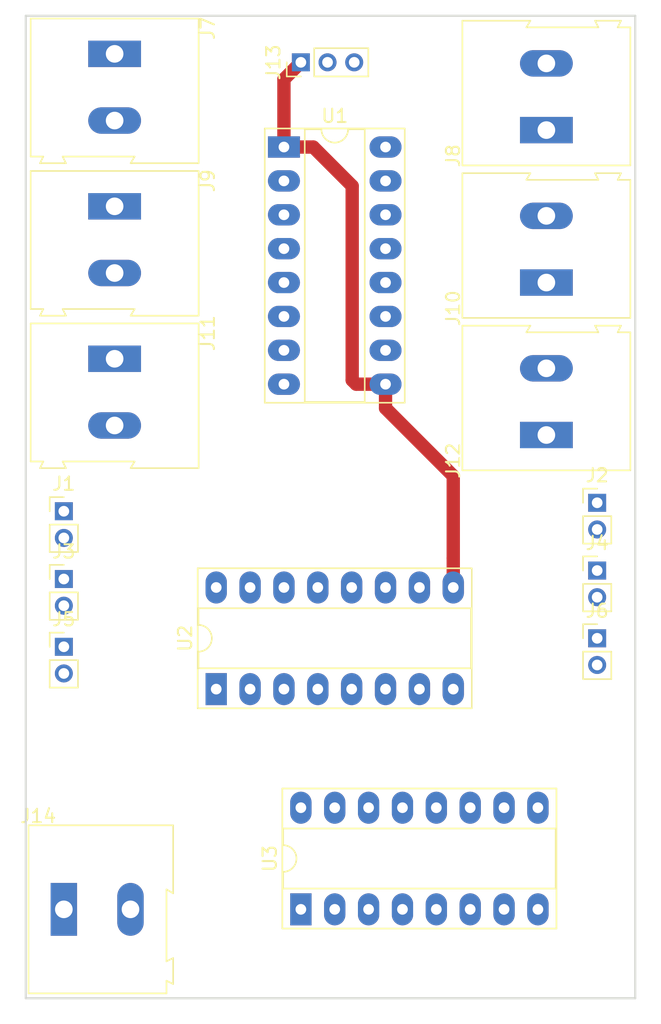
<source format=kicad_pcb>
(kicad_pcb (version 4) (host pcbnew 4.0.7-e2-6376~58~ubuntu16.04.1)

  (general
    (links 47)
    (no_connects 47)
    (area 73.025 19.05 119.38 93.345)
    (thickness 1.6)
    (drawings 4)
    (tracks 16)
    (zones 0)
    (modules 17)
    (nets 29)
  )

  (page A4)
  (layers
    (0 F.Cu signal)
    (31 B.Cu signal)
    (32 B.Adhes user)
    (33 F.Adhes user)
    (34 B.Paste user)
    (35 F.Paste user)
    (36 B.SilkS user)
    (37 F.SilkS user)
    (38 B.Mask user)
    (39 F.Mask user)
    (40 Dwgs.User user)
    (41 Cmts.User user)
    (42 Eco1.User user)
    (43 Eco2.User user)
    (44 Edge.Cuts user)
    (45 Margin user)
    (46 B.CrtYd user)
    (47 F.CrtYd user)
    (48 B.Fab user)
    (49 F.Fab user)
  )

  (setup
    (last_trace_width 0.25)
    (trace_clearance 0.2)
    (zone_clearance 0.508)
    (zone_45_only no)
    (trace_min 0.2)
    (segment_width 0.2)
    (edge_width 0.15)
    (via_size 0.6)
    (via_drill 0.4)
    (via_min_size 0.4)
    (via_min_drill 0.3)
    (uvia_size 0.3)
    (uvia_drill 0.1)
    (uvias_allowed no)
    (uvia_min_size 0.2)
    (uvia_min_drill 0.1)
    (pcb_text_width 0.3)
    (pcb_text_size 1.5 1.5)
    (mod_edge_width 0.15)
    (mod_text_size 1 1)
    (mod_text_width 0.15)
    (pad_size 1.524 1.524)
    (pad_drill 0.762)
    (pad_to_mask_clearance 0.2)
    (aux_axis_origin 0 0)
    (visible_elements FFFFFF7F)
    (pcbplotparams
      (layerselection 0x00030_80000001)
      (usegerberextensions false)
      (excludeedgelayer true)
      (linewidth 0.100000)
      (plotframeref false)
      (viasonmask false)
      (mode 1)
      (useauxorigin false)
      (hpglpennumber 1)
      (hpglpenspeed 20)
      (hpglpendiameter 15)
      (hpglpenoverlay 2)
      (psnegative false)
      (psa4output false)
      (plotreference true)
      (plotvalue true)
      (plotinvisibletext false)
      (padsonsilk false)
      (subtractmaskfromsilk false)
      (outputformat 1)
      (mirror false)
      (drillshape 1)
      (scaleselection 1)
      (outputdirectory ""))
  )

  (net 0 "")
  (net 1 pwm_m1)
  (net 2 dig_m1)
  (net 3 pwm_m2)
  (net 4 dig_m2)
  (net 5 pwm_m3)
  (net 6 dig_m3)
  (net 7 pwm_m4)
  (net 8 dig_m4)
  (net 9 pwm_m5)
  (net 10 dig_m5)
  (net 11 pwm_m6)
  (net 12 dig_m6)
  (net 13 m1+)
  (net 14 m1-)
  (net 15 m2+)
  (net 16 m2-)
  (net 17 m3+)
  (net 18 m3-)
  (net 19 m4+)
  (net 20 m4-)
  (net 21 m5+)
  (net 22 m5-)
  (net 23 m6+)
  (net 24 m6-)
  (net 25 en)
  (net 26 ardu5V)
  (net 27 GND)
  (net 28 supply12V)

  (net_class Default "This is the default net class."
    (clearance 0.2)
    (trace_width 0.25)
    (via_dia 0.6)
    (via_drill 0.4)
    (uvia_dia 0.3)
    (uvia_drill 0.1)
  )

  (net_class classic ""
    (clearance 0.8)
    (trace_width 1)
    (via_dia 1)
    (via_drill 0.5)
    (uvia_dia 0.3)
    (uvia_drill 0.1)
    (add_net GND)
    (add_net ardu5V)
    (add_net dig_m1)
    (add_net dig_m2)
    (add_net dig_m3)
    (add_net dig_m4)
    (add_net dig_m5)
    (add_net dig_m6)
    (add_net en)
    (add_net m1+)
    (add_net m1-)
    (add_net m2+)
    (add_net m2-)
    (add_net m3+)
    (add_net m3-)
    (add_net m4+)
    (add_net m4-)
    (add_net m5+)
    (add_net m5-)
    (add_net m6+)
    (add_net m6-)
    (add_net pwm_m1)
    (add_net pwm_m2)
    (add_net pwm_m3)
    (add_net pwm_m4)
    (add_net pwm_m5)
    (add_net pwm_m6)
    (add_net supply12V)
  )

  (module Pin_Headers:Pin_Header_Straight_1x02_Pitch2.00mm locked (layer F.Cu) (tedit 59650533) (tstamp 5C72F017)
    (at 76.2 56.515)
    (descr "Through hole straight pin header, 1x02, 2.00mm pitch, single row")
    (tags "Through hole pin header THT 1x02 2.00mm single row")
    (path /5C72FEA4)
    (fp_text reference J1 (at 0 -2.06) (layer F.SilkS)
      (effects (font (size 1 1) (thickness 0.15)))
    )
    (fp_text value sig_m1 (at 0 4.06) (layer F.Fab)
      (effects (font (size 1 1) (thickness 0.15)))
    )
    (fp_line (start -0.5 -1) (end 1 -1) (layer F.Fab) (width 0.1))
    (fp_line (start 1 -1) (end 1 3) (layer F.Fab) (width 0.1))
    (fp_line (start 1 3) (end -1 3) (layer F.Fab) (width 0.1))
    (fp_line (start -1 3) (end -1 -0.5) (layer F.Fab) (width 0.1))
    (fp_line (start -1 -0.5) (end -0.5 -1) (layer F.Fab) (width 0.1))
    (fp_line (start -1.06 3.06) (end 1.06 3.06) (layer F.SilkS) (width 0.12))
    (fp_line (start -1.06 1) (end -1.06 3.06) (layer F.SilkS) (width 0.12))
    (fp_line (start 1.06 1) (end 1.06 3.06) (layer F.SilkS) (width 0.12))
    (fp_line (start -1.06 1) (end 1.06 1) (layer F.SilkS) (width 0.12))
    (fp_line (start -1.06 0) (end -1.06 -1.06) (layer F.SilkS) (width 0.12))
    (fp_line (start -1.06 -1.06) (end 0 -1.06) (layer F.SilkS) (width 0.12))
    (fp_line (start -1.5 -1.5) (end -1.5 3.5) (layer F.CrtYd) (width 0.05))
    (fp_line (start -1.5 3.5) (end 1.5 3.5) (layer F.CrtYd) (width 0.05))
    (fp_line (start 1.5 3.5) (end 1.5 -1.5) (layer F.CrtYd) (width 0.05))
    (fp_line (start 1.5 -1.5) (end -1.5 -1.5) (layer F.CrtYd) (width 0.05))
    (fp_text user %R (at 0 1 90) (layer F.Fab)
      (effects (font (size 1 1) (thickness 0.15)))
    )
    (pad 1 thru_hole rect (at 0 0) (size 1.35 1.35) (drill 0.8) (layers *.Cu *.Mask)
      (net 1 pwm_m1))
    (pad 2 thru_hole oval (at 0 2) (size 1.35 1.35) (drill 0.8) (layers *.Cu *.Mask)
      (net 2 dig_m1))
    (model ${KISYS3DMOD}/Pin_Headers.3dshapes/Pin_Header_Straight_1x02_Pitch2.00mm.wrl
      (at (xyz 0 0 0))
      (scale (xyz 1 1 1))
      (rotate (xyz 0 0 0))
    )
  )

  (module Pin_Headers:Pin_Header_Straight_1x02_Pitch2.00mm locked (layer F.Cu) (tedit 59650533) (tstamp 5C72F01D)
    (at 116.205 55.88)
    (descr "Through hole straight pin header, 1x02, 2.00mm pitch, single row")
    (tags "Through hole pin header THT 1x02 2.00mm single row")
    (path /5C72FED7)
    (fp_text reference J2 (at 0 -2.06) (layer F.SilkS)
      (effects (font (size 1 1) (thickness 0.15)))
    )
    (fp_text value sig_m2 (at 0 4.06) (layer F.Fab)
      (effects (font (size 1 1) (thickness 0.15)))
    )
    (fp_line (start -0.5 -1) (end 1 -1) (layer F.Fab) (width 0.1))
    (fp_line (start 1 -1) (end 1 3) (layer F.Fab) (width 0.1))
    (fp_line (start 1 3) (end -1 3) (layer F.Fab) (width 0.1))
    (fp_line (start -1 3) (end -1 -0.5) (layer F.Fab) (width 0.1))
    (fp_line (start -1 -0.5) (end -0.5 -1) (layer F.Fab) (width 0.1))
    (fp_line (start -1.06 3.06) (end 1.06 3.06) (layer F.SilkS) (width 0.12))
    (fp_line (start -1.06 1) (end -1.06 3.06) (layer F.SilkS) (width 0.12))
    (fp_line (start 1.06 1) (end 1.06 3.06) (layer F.SilkS) (width 0.12))
    (fp_line (start -1.06 1) (end 1.06 1) (layer F.SilkS) (width 0.12))
    (fp_line (start -1.06 0) (end -1.06 -1.06) (layer F.SilkS) (width 0.12))
    (fp_line (start -1.06 -1.06) (end 0 -1.06) (layer F.SilkS) (width 0.12))
    (fp_line (start -1.5 -1.5) (end -1.5 3.5) (layer F.CrtYd) (width 0.05))
    (fp_line (start -1.5 3.5) (end 1.5 3.5) (layer F.CrtYd) (width 0.05))
    (fp_line (start 1.5 3.5) (end 1.5 -1.5) (layer F.CrtYd) (width 0.05))
    (fp_line (start 1.5 -1.5) (end -1.5 -1.5) (layer F.CrtYd) (width 0.05))
    (fp_text user %R (at 0 1 90) (layer F.Fab)
      (effects (font (size 1 1) (thickness 0.15)))
    )
    (pad 1 thru_hole rect (at 0 0) (size 1.35 1.35) (drill 0.8) (layers *.Cu *.Mask)
      (net 3 pwm_m2))
    (pad 2 thru_hole oval (at 0 2) (size 1.35 1.35) (drill 0.8) (layers *.Cu *.Mask)
      (net 4 dig_m2))
    (model ${KISYS3DMOD}/Pin_Headers.3dshapes/Pin_Header_Straight_1x02_Pitch2.00mm.wrl
      (at (xyz 0 0 0))
      (scale (xyz 1 1 1))
      (rotate (xyz 0 0 0))
    )
  )

  (module Pin_Headers:Pin_Header_Straight_1x02_Pitch2.00mm locked (layer F.Cu) (tedit 59650533) (tstamp 5C72F023)
    (at 76.2 61.595)
    (descr "Through hole straight pin header, 1x02, 2.00mm pitch, single row")
    (tags "Through hole pin header THT 1x02 2.00mm single row")
    (path /5C7303DC)
    (fp_text reference J3 (at 0 -2.06) (layer F.SilkS)
      (effects (font (size 1 1) (thickness 0.15)))
    )
    (fp_text value sig_m3 (at 0 4.06) (layer F.Fab)
      (effects (font (size 1 1) (thickness 0.15)))
    )
    (fp_line (start -0.5 -1) (end 1 -1) (layer F.Fab) (width 0.1))
    (fp_line (start 1 -1) (end 1 3) (layer F.Fab) (width 0.1))
    (fp_line (start 1 3) (end -1 3) (layer F.Fab) (width 0.1))
    (fp_line (start -1 3) (end -1 -0.5) (layer F.Fab) (width 0.1))
    (fp_line (start -1 -0.5) (end -0.5 -1) (layer F.Fab) (width 0.1))
    (fp_line (start -1.06 3.06) (end 1.06 3.06) (layer F.SilkS) (width 0.12))
    (fp_line (start -1.06 1) (end -1.06 3.06) (layer F.SilkS) (width 0.12))
    (fp_line (start 1.06 1) (end 1.06 3.06) (layer F.SilkS) (width 0.12))
    (fp_line (start -1.06 1) (end 1.06 1) (layer F.SilkS) (width 0.12))
    (fp_line (start -1.06 0) (end -1.06 -1.06) (layer F.SilkS) (width 0.12))
    (fp_line (start -1.06 -1.06) (end 0 -1.06) (layer F.SilkS) (width 0.12))
    (fp_line (start -1.5 -1.5) (end -1.5 3.5) (layer F.CrtYd) (width 0.05))
    (fp_line (start -1.5 3.5) (end 1.5 3.5) (layer F.CrtYd) (width 0.05))
    (fp_line (start 1.5 3.5) (end 1.5 -1.5) (layer F.CrtYd) (width 0.05))
    (fp_line (start 1.5 -1.5) (end -1.5 -1.5) (layer F.CrtYd) (width 0.05))
    (fp_text user %R (at 0 1 90) (layer F.Fab)
      (effects (font (size 1 1) (thickness 0.15)))
    )
    (pad 1 thru_hole rect (at 0 0) (size 1.35 1.35) (drill 0.8) (layers *.Cu *.Mask)
      (net 5 pwm_m3))
    (pad 2 thru_hole oval (at 0 2) (size 1.35 1.35) (drill 0.8) (layers *.Cu *.Mask)
      (net 6 dig_m3))
    (model ${KISYS3DMOD}/Pin_Headers.3dshapes/Pin_Header_Straight_1x02_Pitch2.00mm.wrl
      (at (xyz 0 0 0))
      (scale (xyz 1 1 1))
      (rotate (xyz 0 0 0))
    )
  )

  (module Pin_Headers:Pin_Header_Straight_1x02_Pitch2.00mm locked (layer F.Cu) (tedit 59650533) (tstamp 5C72F029)
    (at 116.205 60.96)
    (descr "Through hole straight pin header, 1x02, 2.00mm pitch, single row")
    (tags "Through hole pin header THT 1x02 2.00mm single row")
    (path /5C7303E3)
    (fp_text reference J4 (at 0 -2.06) (layer F.SilkS)
      (effects (font (size 1 1) (thickness 0.15)))
    )
    (fp_text value sig_m4 (at 0 4.06) (layer F.Fab)
      (effects (font (size 1 1) (thickness 0.15)))
    )
    (fp_line (start -0.5 -1) (end 1 -1) (layer F.Fab) (width 0.1))
    (fp_line (start 1 -1) (end 1 3) (layer F.Fab) (width 0.1))
    (fp_line (start 1 3) (end -1 3) (layer F.Fab) (width 0.1))
    (fp_line (start -1 3) (end -1 -0.5) (layer F.Fab) (width 0.1))
    (fp_line (start -1 -0.5) (end -0.5 -1) (layer F.Fab) (width 0.1))
    (fp_line (start -1.06 3.06) (end 1.06 3.06) (layer F.SilkS) (width 0.12))
    (fp_line (start -1.06 1) (end -1.06 3.06) (layer F.SilkS) (width 0.12))
    (fp_line (start 1.06 1) (end 1.06 3.06) (layer F.SilkS) (width 0.12))
    (fp_line (start -1.06 1) (end 1.06 1) (layer F.SilkS) (width 0.12))
    (fp_line (start -1.06 0) (end -1.06 -1.06) (layer F.SilkS) (width 0.12))
    (fp_line (start -1.06 -1.06) (end 0 -1.06) (layer F.SilkS) (width 0.12))
    (fp_line (start -1.5 -1.5) (end -1.5 3.5) (layer F.CrtYd) (width 0.05))
    (fp_line (start -1.5 3.5) (end 1.5 3.5) (layer F.CrtYd) (width 0.05))
    (fp_line (start 1.5 3.5) (end 1.5 -1.5) (layer F.CrtYd) (width 0.05))
    (fp_line (start 1.5 -1.5) (end -1.5 -1.5) (layer F.CrtYd) (width 0.05))
    (fp_text user %R (at 0 1 90) (layer F.Fab)
      (effects (font (size 1 1) (thickness 0.15)))
    )
    (pad 1 thru_hole rect (at 0 0) (size 1.35 1.35) (drill 0.8) (layers *.Cu *.Mask)
      (net 7 pwm_m4))
    (pad 2 thru_hole oval (at 0 2) (size 1.35 1.35) (drill 0.8) (layers *.Cu *.Mask)
      (net 8 dig_m4))
    (model ${KISYS3DMOD}/Pin_Headers.3dshapes/Pin_Header_Straight_1x02_Pitch2.00mm.wrl
      (at (xyz 0 0 0))
      (scale (xyz 1 1 1))
      (rotate (xyz 0 0 0))
    )
  )

  (module Pin_Headers:Pin_Header_Straight_1x02_Pitch2.00mm locked (layer F.Cu) (tedit 59650533) (tstamp 5C72F02F)
    (at 76.2 66.675)
    (descr "Through hole straight pin header, 1x02, 2.00mm pitch, single row")
    (tags "Through hole pin header THT 1x02 2.00mm single row")
    (path /5C7305CB)
    (fp_text reference J5 (at 0 -2.06) (layer F.SilkS)
      (effects (font (size 1 1) (thickness 0.15)))
    )
    (fp_text value sig_m5 (at 0 4.06) (layer F.Fab)
      (effects (font (size 1 1) (thickness 0.15)))
    )
    (fp_line (start -0.5 -1) (end 1 -1) (layer F.Fab) (width 0.1))
    (fp_line (start 1 -1) (end 1 3) (layer F.Fab) (width 0.1))
    (fp_line (start 1 3) (end -1 3) (layer F.Fab) (width 0.1))
    (fp_line (start -1 3) (end -1 -0.5) (layer F.Fab) (width 0.1))
    (fp_line (start -1 -0.5) (end -0.5 -1) (layer F.Fab) (width 0.1))
    (fp_line (start -1.06 3.06) (end 1.06 3.06) (layer F.SilkS) (width 0.12))
    (fp_line (start -1.06 1) (end -1.06 3.06) (layer F.SilkS) (width 0.12))
    (fp_line (start 1.06 1) (end 1.06 3.06) (layer F.SilkS) (width 0.12))
    (fp_line (start -1.06 1) (end 1.06 1) (layer F.SilkS) (width 0.12))
    (fp_line (start -1.06 0) (end -1.06 -1.06) (layer F.SilkS) (width 0.12))
    (fp_line (start -1.06 -1.06) (end 0 -1.06) (layer F.SilkS) (width 0.12))
    (fp_line (start -1.5 -1.5) (end -1.5 3.5) (layer F.CrtYd) (width 0.05))
    (fp_line (start -1.5 3.5) (end 1.5 3.5) (layer F.CrtYd) (width 0.05))
    (fp_line (start 1.5 3.5) (end 1.5 -1.5) (layer F.CrtYd) (width 0.05))
    (fp_line (start 1.5 -1.5) (end -1.5 -1.5) (layer F.CrtYd) (width 0.05))
    (fp_text user %R (at 0 1 90) (layer F.Fab)
      (effects (font (size 1 1) (thickness 0.15)))
    )
    (pad 1 thru_hole rect (at 0 0) (size 1.35 1.35) (drill 0.8) (layers *.Cu *.Mask)
      (net 9 pwm_m5))
    (pad 2 thru_hole oval (at 0 2) (size 1.35 1.35) (drill 0.8) (layers *.Cu *.Mask)
      (net 10 dig_m5))
    (model ${KISYS3DMOD}/Pin_Headers.3dshapes/Pin_Header_Straight_1x02_Pitch2.00mm.wrl
      (at (xyz 0 0 0))
      (scale (xyz 1 1 1))
      (rotate (xyz 0 0 0))
    )
  )

  (module Pin_Headers:Pin_Header_Straight_1x02_Pitch2.00mm locked (layer F.Cu) (tedit 59650533) (tstamp 5C72F035)
    (at 116.205 66.04)
    (descr "Through hole straight pin header, 1x02, 2.00mm pitch, single row")
    (tags "Through hole pin header THT 1x02 2.00mm single row")
    (path /5C7305D2)
    (fp_text reference J6 (at 0 -2.06) (layer F.SilkS)
      (effects (font (size 1 1) (thickness 0.15)))
    )
    (fp_text value sig_m6 (at 0 4.06) (layer F.Fab)
      (effects (font (size 1 1) (thickness 0.15)))
    )
    (fp_line (start -0.5 -1) (end 1 -1) (layer F.Fab) (width 0.1))
    (fp_line (start 1 -1) (end 1 3) (layer F.Fab) (width 0.1))
    (fp_line (start 1 3) (end -1 3) (layer F.Fab) (width 0.1))
    (fp_line (start -1 3) (end -1 -0.5) (layer F.Fab) (width 0.1))
    (fp_line (start -1 -0.5) (end -0.5 -1) (layer F.Fab) (width 0.1))
    (fp_line (start -1.06 3.06) (end 1.06 3.06) (layer F.SilkS) (width 0.12))
    (fp_line (start -1.06 1) (end -1.06 3.06) (layer F.SilkS) (width 0.12))
    (fp_line (start 1.06 1) (end 1.06 3.06) (layer F.SilkS) (width 0.12))
    (fp_line (start -1.06 1) (end 1.06 1) (layer F.SilkS) (width 0.12))
    (fp_line (start -1.06 0) (end -1.06 -1.06) (layer F.SilkS) (width 0.12))
    (fp_line (start -1.06 -1.06) (end 0 -1.06) (layer F.SilkS) (width 0.12))
    (fp_line (start -1.5 -1.5) (end -1.5 3.5) (layer F.CrtYd) (width 0.05))
    (fp_line (start -1.5 3.5) (end 1.5 3.5) (layer F.CrtYd) (width 0.05))
    (fp_line (start 1.5 3.5) (end 1.5 -1.5) (layer F.CrtYd) (width 0.05))
    (fp_line (start 1.5 -1.5) (end -1.5 -1.5) (layer F.CrtYd) (width 0.05))
    (fp_text user %R (at 0 1 90) (layer F.Fab)
      (effects (font (size 1 1) (thickness 0.15)))
    )
    (pad 1 thru_hole rect (at 0 0) (size 1.35 1.35) (drill 0.8) (layers *.Cu *.Mask)
      (net 11 pwm_m6))
    (pad 2 thru_hole oval (at 0 2) (size 1.35 1.35) (drill 0.8) (layers *.Cu *.Mask)
      (net 12 dig_m6))
    (model ${KISYS3DMOD}/Pin_Headers.3dshapes/Pin_Header_Straight_1x02_Pitch2.00mm.wrl
      (at (xyz 0 0 0))
      (scale (xyz 1 1 1))
      (rotate (xyz 0 0 0))
    )
  )

  (module Connectors_Terminal_Blocks:TerminalBlock_Altech_AK300-2_P5.00mm locked (layer F.Cu) (tedit 59FF0306) (tstamp 5C72F03B)
    (at 80.01 22.225 270)
    (descr "Altech AK300 terminal block, pitch 5.0mm, 45 degree angled, see http://www.mouser.com/ds/2/16/PCBMETRC-24178.pdf")
    (tags "Altech AK300 terminal block pitch 5.0mm")
    (path /5C733FF1)
    (fp_text reference J7 (at -1.92 -6.99 270) (layer F.SilkS)
      (effects (font (size 1 1) (thickness 0.15)))
    )
    (fp_text value m1 (at 2.78 7.75 270) (layer F.Fab)
      (effects (font (size 1 1) (thickness 0.15)))
    )
    (fp_text user %R (at 5.08 -1.905 270) (layer F.Fab)
      (effects (font (size 1 1) (thickness 0.15)))
    )
    (fp_line (start -2.65 -6.3) (end -2.65 6.3) (layer F.SilkS) (width 0.12))
    (fp_line (start -2.65 6.3) (end 7.7 6.3) (layer F.SilkS) (width 0.12))
    (fp_line (start 7.7 6.3) (end 7.7 5.35) (layer F.SilkS) (width 0.12))
    (fp_line (start 7.7 5.35) (end 8.2 5.6) (layer F.SilkS) (width 0.12))
    (fp_line (start 8.2 5.6) (end 8.2 3.7) (layer F.SilkS) (width 0.12))
    (fp_line (start 8.2 3.7) (end 8.2 3.65) (layer F.SilkS) (width 0.12))
    (fp_line (start 8.2 3.65) (end 7.7 3.9) (layer F.SilkS) (width 0.12))
    (fp_line (start 7.7 3.9) (end 7.7 -1.5) (layer F.SilkS) (width 0.12))
    (fp_line (start 7.7 -1.5) (end 8.2 -1.2) (layer F.SilkS) (width 0.12))
    (fp_line (start 8.2 -1.2) (end 8.2 -6.3) (layer F.SilkS) (width 0.12))
    (fp_line (start 8.2 -6.3) (end -2.65 -6.3) (layer F.SilkS) (width 0.12))
    (fp_line (start -1.26 2.54) (end 1.28 2.54) (layer F.Fab) (width 0.1))
    (fp_line (start 1.28 2.54) (end 1.28 -0.25) (layer F.Fab) (width 0.1))
    (fp_line (start -1.26 -0.25) (end 1.28 -0.25) (layer F.Fab) (width 0.1))
    (fp_line (start -1.26 2.54) (end -1.26 -0.25) (layer F.Fab) (width 0.1))
    (fp_line (start 3.74 2.54) (end 6.28 2.54) (layer F.Fab) (width 0.1))
    (fp_line (start 6.28 2.54) (end 6.28 -0.25) (layer F.Fab) (width 0.1))
    (fp_line (start 3.74 -0.25) (end 6.28 -0.25) (layer F.Fab) (width 0.1))
    (fp_line (start 3.74 2.54) (end 3.74 -0.25) (layer F.Fab) (width 0.1))
    (fp_line (start 7.61 -6.22) (end 7.61 -3.17) (layer F.Fab) (width 0.1))
    (fp_line (start 7.61 -6.22) (end -2.58 -6.22) (layer F.Fab) (width 0.1))
    (fp_line (start 7.61 -6.22) (end 8.11 -6.22) (layer F.Fab) (width 0.1))
    (fp_line (start 8.11 -6.22) (end 8.11 -1.4) (layer F.Fab) (width 0.1))
    (fp_line (start 8.11 -1.4) (end 7.61 -1.65) (layer F.Fab) (width 0.1))
    (fp_line (start 8.11 5.46) (end 7.61 5.21) (layer F.Fab) (width 0.1))
    (fp_line (start 7.61 5.21) (end 7.61 6.22) (layer F.Fab) (width 0.1))
    (fp_line (start 8.11 3.81) (end 7.61 4.06) (layer F.Fab) (width 0.1))
    (fp_line (start 7.61 4.06) (end 7.61 5.21) (layer F.Fab) (width 0.1))
    (fp_line (start 8.11 3.81) (end 8.11 5.46) (layer F.Fab) (width 0.1))
    (fp_line (start 2.98 6.22) (end 2.98 4.32) (layer F.Fab) (width 0.1))
    (fp_line (start 7.05 -0.25) (end 7.05 4.32) (layer F.Fab) (width 0.1))
    (fp_line (start 2.98 6.22) (end 7.05 6.22) (layer F.Fab) (width 0.1))
    (fp_line (start 7.05 6.22) (end 7.61 6.22) (layer F.Fab) (width 0.1))
    (fp_line (start 2.04 6.22) (end 2.04 4.32) (layer F.Fab) (width 0.1))
    (fp_line (start 2.04 6.22) (end 2.98 6.22) (layer F.Fab) (width 0.1))
    (fp_line (start -2.02 -0.25) (end -2.02 4.32) (layer F.Fab) (width 0.1))
    (fp_line (start -2.58 6.22) (end -2.02 6.22) (layer F.Fab) (width 0.1))
    (fp_line (start -2.02 6.22) (end 2.04 6.22) (layer F.Fab) (width 0.1))
    (fp_line (start 2.98 4.32) (end 7.05 4.32) (layer F.Fab) (width 0.1))
    (fp_line (start 2.98 4.32) (end 2.98 -0.25) (layer F.Fab) (width 0.1))
    (fp_line (start 7.05 4.32) (end 7.05 6.22) (layer F.Fab) (width 0.1))
    (fp_line (start 2.04 4.32) (end -2.02 4.32) (layer F.Fab) (width 0.1))
    (fp_line (start 2.04 4.32) (end 2.04 -0.25) (layer F.Fab) (width 0.1))
    (fp_line (start -2.02 4.32) (end -2.02 6.22) (layer F.Fab) (width 0.1))
    (fp_line (start 6.67 3.68) (end 6.67 0.51) (layer F.Fab) (width 0.1))
    (fp_line (start 6.67 3.68) (end 3.36 3.68) (layer F.Fab) (width 0.1))
    (fp_line (start 3.36 3.68) (end 3.36 0.51) (layer F.Fab) (width 0.1))
    (fp_line (start 1.66 3.68) (end 1.66 0.51) (layer F.Fab) (width 0.1))
    (fp_line (start 1.66 3.68) (end -1.64 3.68) (layer F.Fab) (width 0.1))
    (fp_line (start -1.64 3.68) (end -1.64 0.51) (layer F.Fab) (width 0.1))
    (fp_line (start -1.64 0.51) (end -1.26 0.51) (layer F.Fab) (width 0.1))
    (fp_line (start 1.66 0.51) (end 1.28 0.51) (layer F.Fab) (width 0.1))
    (fp_line (start 3.36 0.51) (end 3.74 0.51) (layer F.Fab) (width 0.1))
    (fp_line (start 6.67 0.51) (end 6.28 0.51) (layer F.Fab) (width 0.1))
    (fp_line (start -2.58 6.22) (end -2.58 -0.64) (layer F.Fab) (width 0.1))
    (fp_line (start -2.58 -0.64) (end -2.58 -3.17) (layer F.Fab) (width 0.1))
    (fp_line (start 7.61 -1.65) (end 7.61 -0.64) (layer F.Fab) (width 0.1))
    (fp_line (start 7.61 -0.64) (end 7.61 4.06) (layer F.Fab) (width 0.1))
    (fp_line (start -2.58 -3.17) (end 7.61 -3.17) (layer F.Fab) (width 0.1))
    (fp_line (start -2.58 -3.17) (end -2.58 -6.22) (layer F.Fab) (width 0.1))
    (fp_line (start 7.61 -3.17) (end 7.61 -1.65) (layer F.Fab) (width 0.1))
    (fp_line (start 2.98 -3.43) (end 2.98 -5.97) (layer F.Fab) (width 0.1))
    (fp_line (start 2.98 -5.97) (end 7.05 -5.97) (layer F.Fab) (width 0.1))
    (fp_line (start 7.05 -5.97) (end 7.05 -3.43) (layer F.Fab) (width 0.1))
    (fp_line (start 7.05 -3.43) (end 2.98 -3.43) (layer F.Fab) (width 0.1))
    (fp_line (start 2.04 -3.43) (end 2.04 -5.97) (layer F.Fab) (width 0.1))
    (fp_line (start 2.04 -3.43) (end -2.02 -3.43) (layer F.Fab) (width 0.1))
    (fp_line (start -2.02 -3.43) (end -2.02 -5.97) (layer F.Fab) (width 0.1))
    (fp_line (start 2.04 -5.97) (end -2.02 -5.97) (layer F.Fab) (width 0.1))
    (fp_line (start 3.39 -4.45) (end 6.44 -5.08) (layer F.Fab) (width 0.1))
    (fp_line (start 3.52 -4.32) (end 6.56 -4.95) (layer F.Fab) (width 0.1))
    (fp_line (start -1.62 -4.45) (end 1.44 -5.08) (layer F.Fab) (width 0.1))
    (fp_line (start -1.49 -4.32) (end 1.56 -4.95) (layer F.Fab) (width 0.1))
    (fp_line (start -2.02 -0.25) (end -1.64 -0.25) (layer F.Fab) (width 0.1))
    (fp_line (start 2.04 -0.25) (end 1.66 -0.25) (layer F.Fab) (width 0.1))
    (fp_line (start 1.66 -0.25) (end -1.64 -0.25) (layer F.Fab) (width 0.1))
    (fp_line (start -2.58 -0.64) (end -1.64 -0.64) (layer F.Fab) (width 0.1))
    (fp_line (start -1.64 -0.64) (end 1.66 -0.64) (layer F.Fab) (width 0.1))
    (fp_line (start 1.66 -0.64) (end 3.36 -0.64) (layer F.Fab) (width 0.1))
    (fp_line (start 7.61 -0.64) (end 6.67 -0.64) (layer F.Fab) (width 0.1))
    (fp_line (start 6.67 -0.64) (end 3.36 -0.64) (layer F.Fab) (width 0.1))
    (fp_line (start 7.05 -0.25) (end 6.67 -0.25) (layer F.Fab) (width 0.1))
    (fp_line (start 2.98 -0.25) (end 3.36 -0.25) (layer F.Fab) (width 0.1))
    (fp_line (start 3.36 -0.25) (end 6.67 -0.25) (layer F.Fab) (width 0.1))
    (fp_line (start -2.83 -6.47) (end 8.36 -6.47) (layer F.CrtYd) (width 0.05))
    (fp_line (start -2.83 -6.47) (end -2.83 6.47) (layer F.CrtYd) (width 0.05))
    (fp_line (start 8.36 6.47) (end 8.36 -6.47) (layer F.CrtYd) (width 0.05))
    (fp_line (start 8.36 6.47) (end -2.83 6.47) (layer F.CrtYd) (width 0.05))
    (fp_arc (start 6.03 -4.59) (end 6.54 -5.05) (angle 90.5) (layer F.Fab) (width 0.1))
    (fp_arc (start 5.07 -6.07) (end 6.53 -4.12) (angle 75.5) (layer F.Fab) (width 0.1))
    (fp_arc (start 4.99 -3.71) (end 3.39 -5) (angle 100) (layer F.Fab) (width 0.1))
    (fp_arc (start 3.87 -4.65) (end 3.58 -4.13) (angle 104.2) (layer F.Fab) (width 0.1))
    (fp_arc (start 1.03 -4.59) (end 1.53 -5.05) (angle 90.5) (layer F.Fab) (width 0.1))
    (fp_arc (start 0.06 -6.07) (end 1.53 -4.12) (angle 75.5) (layer F.Fab) (width 0.1))
    (fp_arc (start -0.01 -3.71) (end -1.62 -5) (angle 100) (layer F.Fab) (width 0.1))
    (fp_arc (start -1.13 -4.65) (end -1.42 -4.13) (angle 104.2) (layer F.Fab) (width 0.1))
    (pad 1 thru_hole rect (at 0 0 270) (size 1.98 3.96) (drill 1.32) (layers *.Cu *.Mask)
      (net 13 m1+))
    (pad 2 thru_hole oval (at 5 0 270) (size 1.98 3.96) (drill 1.32) (layers *.Cu *.Mask)
      (net 14 m1-))
    (model ${KISYS3DMOD}/Terminal_Blocks.3dshapes/TerminalBlock_Altech_AK300-2_P5.00mm.wrl
      (at (xyz 0 0 0))
      (scale (xyz 1 1 1))
      (rotate (xyz 0 0 0))
    )
  )

  (module Connectors_Terminal_Blocks:TerminalBlock_Altech_AK300-2_P5.00mm locked (layer F.Cu) (tedit 59FF0306) (tstamp 5C72F041)
    (at 112.395 27.94 90)
    (descr "Altech AK300 terminal block, pitch 5.0mm, 45 degree angled, see http://www.mouser.com/ds/2/16/PCBMETRC-24178.pdf")
    (tags "Altech AK300 terminal block pitch 5.0mm")
    (path /5C7344C5)
    (fp_text reference J8 (at -1.92 -6.99 90) (layer F.SilkS)
      (effects (font (size 1 1) (thickness 0.15)))
    )
    (fp_text value m2 (at 2.78 7.75 90) (layer F.Fab)
      (effects (font (size 1 1) (thickness 0.15)))
    )
    (fp_text user %R (at 2.5 -2 90) (layer F.Fab)
      (effects (font (size 1 1) (thickness 0.15)))
    )
    (fp_line (start -2.65 -6.3) (end -2.65 6.3) (layer F.SilkS) (width 0.12))
    (fp_line (start -2.65 6.3) (end 7.7 6.3) (layer F.SilkS) (width 0.12))
    (fp_line (start 7.7 6.3) (end 7.7 5.35) (layer F.SilkS) (width 0.12))
    (fp_line (start 7.7 5.35) (end 8.2 5.6) (layer F.SilkS) (width 0.12))
    (fp_line (start 8.2 5.6) (end 8.2 3.7) (layer F.SilkS) (width 0.12))
    (fp_line (start 8.2 3.7) (end 8.2 3.65) (layer F.SilkS) (width 0.12))
    (fp_line (start 8.2 3.65) (end 7.7 3.9) (layer F.SilkS) (width 0.12))
    (fp_line (start 7.7 3.9) (end 7.7 -1.5) (layer F.SilkS) (width 0.12))
    (fp_line (start 7.7 -1.5) (end 8.2 -1.2) (layer F.SilkS) (width 0.12))
    (fp_line (start 8.2 -1.2) (end 8.2 -6.3) (layer F.SilkS) (width 0.12))
    (fp_line (start 8.2 -6.3) (end -2.65 -6.3) (layer F.SilkS) (width 0.12))
    (fp_line (start -1.26 2.54) (end 1.28 2.54) (layer F.Fab) (width 0.1))
    (fp_line (start 1.28 2.54) (end 1.28 -0.25) (layer F.Fab) (width 0.1))
    (fp_line (start -1.26 -0.25) (end 1.28 -0.25) (layer F.Fab) (width 0.1))
    (fp_line (start -1.26 2.54) (end -1.26 -0.25) (layer F.Fab) (width 0.1))
    (fp_line (start 3.74 2.54) (end 6.28 2.54) (layer F.Fab) (width 0.1))
    (fp_line (start 6.28 2.54) (end 6.28 -0.25) (layer F.Fab) (width 0.1))
    (fp_line (start 3.74 -0.25) (end 6.28 -0.25) (layer F.Fab) (width 0.1))
    (fp_line (start 3.74 2.54) (end 3.74 -0.25) (layer F.Fab) (width 0.1))
    (fp_line (start 7.61 -6.22) (end 7.61 -3.17) (layer F.Fab) (width 0.1))
    (fp_line (start 7.61 -6.22) (end -2.58 -6.22) (layer F.Fab) (width 0.1))
    (fp_line (start 7.61 -6.22) (end 8.11 -6.22) (layer F.Fab) (width 0.1))
    (fp_line (start 8.11 -6.22) (end 8.11 -1.4) (layer F.Fab) (width 0.1))
    (fp_line (start 8.11 -1.4) (end 7.61 -1.65) (layer F.Fab) (width 0.1))
    (fp_line (start 8.11 5.46) (end 7.61 5.21) (layer F.Fab) (width 0.1))
    (fp_line (start 7.61 5.21) (end 7.61 6.22) (layer F.Fab) (width 0.1))
    (fp_line (start 8.11 3.81) (end 7.61 4.06) (layer F.Fab) (width 0.1))
    (fp_line (start 7.61 4.06) (end 7.61 5.21) (layer F.Fab) (width 0.1))
    (fp_line (start 8.11 3.81) (end 8.11 5.46) (layer F.Fab) (width 0.1))
    (fp_line (start 2.98 6.22) (end 2.98 4.32) (layer F.Fab) (width 0.1))
    (fp_line (start 7.05 -0.25) (end 7.05 4.32) (layer F.Fab) (width 0.1))
    (fp_line (start 2.98 6.22) (end 7.05 6.22) (layer F.Fab) (width 0.1))
    (fp_line (start 7.05 6.22) (end 7.61 6.22) (layer F.Fab) (width 0.1))
    (fp_line (start 2.04 6.22) (end 2.04 4.32) (layer F.Fab) (width 0.1))
    (fp_line (start 2.04 6.22) (end 2.98 6.22) (layer F.Fab) (width 0.1))
    (fp_line (start -2.02 -0.25) (end -2.02 4.32) (layer F.Fab) (width 0.1))
    (fp_line (start -2.58 6.22) (end -2.02 6.22) (layer F.Fab) (width 0.1))
    (fp_line (start -2.02 6.22) (end 2.04 6.22) (layer F.Fab) (width 0.1))
    (fp_line (start 2.98 4.32) (end 7.05 4.32) (layer F.Fab) (width 0.1))
    (fp_line (start 2.98 4.32) (end 2.98 -0.25) (layer F.Fab) (width 0.1))
    (fp_line (start 7.05 4.32) (end 7.05 6.22) (layer F.Fab) (width 0.1))
    (fp_line (start 2.04 4.32) (end -2.02 4.32) (layer F.Fab) (width 0.1))
    (fp_line (start 2.04 4.32) (end 2.04 -0.25) (layer F.Fab) (width 0.1))
    (fp_line (start -2.02 4.32) (end -2.02 6.22) (layer F.Fab) (width 0.1))
    (fp_line (start 6.67 3.68) (end 6.67 0.51) (layer F.Fab) (width 0.1))
    (fp_line (start 6.67 3.68) (end 3.36 3.68) (layer F.Fab) (width 0.1))
    (fp_line (start 3.36 3.68) (end 3.36 0.51) (layer F.Fab) (width 0.1))
    (fp_line (start 1.66 3.68) (end 1.66 0.51) (layer F.Fab) (width 0.1))
    (fp_line (start 1.66 3.68) (end -1.64 3.68) (layer F.Fab) (width 0.1))
    (fp_line (start -1.64 3.68) (end -1.64 0.51) (layer F.Fab) (width 0.1))
    (fp_line (start -1.64 0.51) (end -1.26 0.51) (layer F.Fab) (width 0.1))
    (fp_line (start 1.66 0.51) (end 1.28 0.51) (layer F.Fab) (width 0.1))
    (fp_line (start 3.36 0.51) (end 3.74 0.51) (layer F.Fab) (width 0.1))
    (fp_line (start 6.67 0.51) (end 6.28 0.51) (layer F.Fab) (width 0.1))
    (fp_line (start -2.58 6.22) (end -2.58 -0.64) (layer F.Fab) (width 0.1))
    (fp_line (start -2.58 -0.64) (end -2.58 -3.17) (layer F.Fab) (width 0.1))
    (fp_line (start 7.61 -1.65) (end 7.61 -0.64) (layer F.Fab) (width 0.1))
    (fp_line (start 7.61 -0.64) (end 7.61 4.06) (layer F.Fab) (width 0.1))
    (fp_line (start -2.58 -3.17) (end 7.61 -3.17) (layer F.Fab) (width 0.1))
    (fp_line (start -2.58 -3.17) (end -2.58 -6.22) (layer F.Fab) (width 0.1))
    (fp_line (start 7.61 -3.17) (end 7.61 -1.65) (layer F.Fab) (width 0.1))
    (fp_line (start 2.98 -3.43) (end 2.98 -5.97) (layer F.Fab) (width 0.1))
    (fp_line (start 2.98 -5.97) (end 7.05 -5.97) (layer F.Fab) (width 0.1))
    (fp_line (start 7.05 -5.97) (end 7.05 -3.43) (layer F.Fab) (width 0.1))
    (fp_line (start 7.05 -3.43) (end 2.98 -3.43) (layer F.Fab) (width 0.1))
    (fp_line (start 2.04 -3.43) (end 2.04 -5.97) (layer F.Fab) (width 0.1))
    (fp_line (start 2.04 -3.43) (end -2.02 -3.43) (layer F.Fab) (width 0.1))
    (fp_line (start -2.02 -3.43) (end -2.02 -5.97) (layer F.Fab) (width 0.1))
    (fp_line (start 2.04 -5.97) (end -2.02 -5.97) (layer F.Fab) (width 0.1))
    (fp_line (start 3.39 -4.45) (end 6.44 -5.08) (layer F.Fab) (width 0.1))
    (fp_line (start 3.52 -4.32) (end 6.56 -4.95) (layer F.Fab) (width 0.1))
    (fp_line (start -1.62 -4.45) (end 1.44 -5.08) (layer F.Fab) (width 0.1))
    (fp_line (start -1.49 -4.32) (end 1.56 -4.95) (layer F.Fab) (width 0.1))
    (fp_line (start -2.02 -0.25) (end -1.64 -0.25) (layer F.Fab) (width 0.1))
    (fp_line (start 2.04 -0.25) (end 1.66 -0.25) (layer F.Fab) (width 0.1))
    (fp_line (start 1.66 -0.25) (end -1.64 -0.25) (layer F.Fab) (width 0.1))
    (fp_line (start -2.58 -0.64) (end -1.64 -0.64) (layer F.Fab) (width 0.1))
    (fp_line (start -1.64 -0.64) (end 1.66 -0.64) (layer F.Fab) (width 0.1))
    (fp_line (start 1.66 -0.64) (end 3.36 -0.64) (layer F.Fab) (width 0.1))
    (fp_line (start 7.61 -0.64) (end 6.67 -0.64) (layer F.Fab) (width 0.1))
    (fp_line (start 6.67 -0.64) (end 3.36 -0.64) (layer F.Fab) (width 0.1))
    (fp_line (start 7.05 -0.25) (end 6.67 -0.25) (layer F.Fab) (width 0.1))
    (fp_line (start 2.98 -0.25) (end 3.36 -0.25) (layer F.Fab) (width 0.1))
    (fp_line (start 3.36 -0.25) (end 6.67 -0.25) (layer F.Fab) (width 0.1))
    (fp_line (start -2.83 -6.47) (end 8.36 -6.47) (layer F.CrtYd) (width 0.05))
    (fp_line (start -2.83 -6.47) (end -2.83 6.47) (layer F.CrtYd) (width 0.05))
    (fp_line (start 8.36 6.47) (end 8.36 -6.47) (layer F.CrtYd) (width 0.05))
    (fp_line (start 8.36 6.47) (end -2.83 6.47) (layer F.CrtYd) (width 0.05))
    (fp_arc (start 6.03 -4.59) (end 6.54 -5.05) (angle 90.5) (layer F.Fab) (width 0.1))
    (fp_arc (start 5.07 -6.07) (end 6.53 -4.12) (angle 75.5) (layer F.Fab) (width 0.1))
    (fp_arc (start 4.99 -3.71) (end 3.39 -5) (angle 100) (layer F.Fab) (width 0.1))
    (fp_arc (start 3.87 -4.65) (end 3.58 -4.13) (angle 104.2) (layer F.Fab) (width 0.1))
    (fp_arc (start 1.03 -4.59) (end 1.53 -5.05) (angle 90.5) (layer F.Fab) (width 0.1))
    (fp_arc (start 0.06 -6.07) (end 1.53 -4.12) (angle 75.5) (layer F.Fab) (width 0.1))
    (fp_arc (start -0.01 -3.71) (end -1.62 -5) (angle 100) (layer F.Fab) (width 0.1))
    (fp_arc (start -1.13 -4.65) (end -1.42 -4.13) (angle 104.2) (layer F.Fab) (width 0.1))
    (pad 1 thru_hole rect (at 0 0 90) (size 1.98 3.96) (drill 1.32) (layers *.Cu *.Mask)
      (net 15 m2+))
    (pad 2 thru_hole oval (at 5 0 90) (size 1.98 3.96) (drill 1.32) (layers *.Cu *.Mask)
      (net 16 m2-))
    (model ${KISYS3DMOD}/Terminal_Blocks.3dshapes/TerminalBlock_Altech_AK300-2_P5.00mm.wrl
      (at (xyz 0 0 0))
      (scale (xyz 1 1 1))
      (rotate (xyz 0 0 0))
    )
  )

  (module Connectors_Terminal_Blocks:TerminalBlock_Altech_AK300-2_P5.00mm locked (layer F.Cu) (tedit 59FF0306) (tstamp 5C72F047)
    (at 80.01 33.655 270)
    (descr "Altech AK300 terminal block, pitch 5.0mm, 45 degree angled, see http://www.mouser.com/ds/2/16/PCBMETRC-24178.pdf")
    (tags "Altech AK300 terminal block pitch 5.0mm")
    (path /5C73460D)
    (fp_text reference J9 (at -1.92 -6.99 270) (layer F.SilkS)
      (effects (font (size 1 1) (thickness 0.15)))
    )
    (fp_text value m3 (at 2.78 7.75 270) (layer F.Fab)
      (effects (font (size 1 1) (thickness 0.15)))
    )
    (fp_text user %R (at 2.5 -2 270) (layer F.Fab)
      (effects (font (size 1 1) (thickness 0.15)))
    )
    (fp_line (start -2.65 -6.3) (end -2.65 6.3) (layer F.SilkS) (width 0.12))
    (fp_line (start -2.65 6.3) (end 7.7 6.3) (layer F.SilkS) (width 0.12))
    (fp_line (start 7.7 6.3) (end 7.7 5.35) (layer F.SilkS) (width 0.12))
    (fp_line (start 7.7 5.35) (end 8.2 5.6) (layer F.SilkS) (width 0.12))
    (fp_line (start 8.2 5.6) (end 8.2 3.7) (layer F.SilkS) (width 0.12))
    (fp_line (start 8.2 3.7) (end 8.2 3.65) (layer F.SilkS) (width 0.12))
    (fp_line (start 8.2 3.65) (end 7.7 3.9) (layer F.SilkS) (width 0.12))
    (fp_line (start 7.7 3.9) (end 7.7 -1.5) (layer F.SilkS) (width 0.12))
    (fp_line (start 7.7 -1.5) (end 8.2 -1.2) (layer F.SilkS) (width 0.12))
    (fp_line (start 8.2 -1.2) (end 8.2 -6.3) (layer F.SilkS) (width 0.12))
    (fp_line (start 8.2 -6.3) (end -2.65 -6.3) (layer F.SilkS) (width 0.12))
    (fp_line (start -1.26 2.54) (end 1.28 2.54) (layer F.Fab) (width 0.1))
    (fp_line (start 1.28 2.54) (end 1.28 -0.25) (layer F.Fab) (width 0.1))
    (fp_line (start -1.26 -0.25) (end 1.28 -0.25) (layer F.Fab) (width 0.1))
    (fp_line (start -1.26 2.54) (end -1.26 -0.25) (layer F.Fab) (width 0.1))
    (fp_line (start 3.74 2.54) (end 6.28 2.54) (layer F.Fab) (width 0.1))
    (fp_line (start 6.28 2.54) (end 6.28 -0.25) (layer F.Fab) (width 0.1))
    (fp_line (start 3.74 -0.25) (end 6.28 -0.25) (layer F.Fab) (width 0.1))
    (fp_line (start 3.74 2.54) (end 3.74 -0.25) (layer F.Fab) (width 0.1))
    (fp_line (start 7.61 -6.22) (end 7.61 -3.17) (layer F.Fab) (width 0.1))
    (fp_line (start 7.61 -6.22) (end -2.58 -6.22) (layer F.Fab) (width 0.1))
    (fp_line (start 7.61 -6.22) (end 8.11 -6.22) (layer F.Fab) (width 0.1))
    (fp_line (start 8.11 -6.22) (end 8.11 -1.4) (layer F.Fab) (width 0.1))
    (fp_line (start 8.11 -1.4) (end 7.61 -1.65) (layer F.Fab) (width 0.1))
    (fp_line (start 8.11 5.46) (end 7.61 5.21) (layer F.Fab) (width 0.1))
    (fp_line (start 7.61 5.21) (end 7.61 6.22) (layer F.Fab) (width 0.1))
    (fp_line (start 8.11 3.81) (end 7.61 4.06) (layer F.Fab) (width 0.1))
    (fp_line (start 7.61 4.06) (end 7.61 5.21) (layer F.Fab) (width 0.1))
    (fp_line (start 8.11 3.81) (end 8.11 5.46) (layer F.Fab) (width 0.1))
    (fp_line (start 2.98 6.22) (end 2.98 4.32) (layer F.Fab) (width 0.1))
    (fp_line (start 7.05 -0.25) (end 7.05 4.32) (layer F.Fab) (width 0.1))
    (fp_line (start 2.98 6.22) (end 7.05 6.22) (layer F.Fab) (width 0.1))
    (fp_line (start 7.05 6.22) (end 7.61 6.22) (layer F.Fab) (width 0.1))
    (fp_line (start 2.04 6.22) (end 2.04 4.32) (layer F.Fab) (width 0.1))
    (fp_line (start 2.04 6.22) (end 2.98 6.22) (layer F.Fab) (width 0.1))
    (fp_line (start -2.02 -0.25) (end -2.02 4.32) (layer F.Fab) (width 0.1))
    (fp_line (start -2.58 6.22) (end -2.02 6.22) (layer F.Fab) (width 0.1))
    (fp_line (start -2.02 6.22) (end 2.04 6.22) (layer F.Fab) (width 0.1))
    (fp_line (start 2.98 4.32) (end 7.05 4.32) (layer F.Fab) (width 0.1))
    (fp_line (start 2.98 4.32) (end 2.98 -0.25) (layer F.Fab) (width 0.1))
    (fp_line (start 7.05 4.32) (end 7.05 6.22) (layer F.Fab) (width 0.1))
    (fp_line (start 2.04 4.32) (end -2.02 4.32) (layer F.Fab) (width 0.1))
    (fp_line (start 2.04 4.32) (end 2.04 -0.25) (layer F.Fab) (width 0.1))
    (fp_line (start -2.02 4.32) (end -2.02 6.22) (layer F.Fab) (width 0.1))
    (fp_line (start 6.67 3.68) (end 6.67 0.51) (layer F.Fab) (width 0.1))
    (fp_line (start 6.67 3.68) (end 3.36 3.68) (layer F.Fab) (width 0.1))
    (fp_line (start 3.36 3.68) (end 3.36 0.51) (layer F.Fab) (width 0.1))
    (fp_line (start 1.66 3.68) (end 1.66 0.51) (layer F.Fab) (width 0.1))
    (fp_line (start 1.66 3.68) (end -1.64 3.68) (layer F.Fab) (width 0.1))
    (fp_line (start -1.64 3.68) (end -1.64 0.51) (layer F.Fab) (width 0.1))
    (fp_line (start -1.64 0.51) (end -1.26 0.51) (layer F.Fab) (width 0.1))
    (fp_line (start 1.66 0.51) (end 1.28 0.51) (layer F.Fab) (width 0.1))
    (fp_line (start 3.36 0.51) (end 3.74 0.51) (layer F.Fab) (width 0.1))
    (fp_line (start 6.67 0.51) (end 6.28 0.51) (layer F.Fab) (width 0.1))
    (fp_line (start -2.58 6.22) (end -2.58 -0.64) (layer F.Fab) (width 0.1))
    (fp_line (start -2.58 -0.64) (end -2.58 -3.17) (layer F.Fab) (width 0.1))
    (fp_line (start 7.61 -1.65) (end 7.61 -0.64) (layer F.Fab) (width 0.1))
    (fp_line (start 7.61 -0.64) (end 7.61 4.06) (layer F.Fab) (width 0.1))
    (fp_line (start -2.58 -3.17) (end 7.61 -3.17) (layer F.Fab) (width 0.1))
    (fp_line (start -2.58 -3.17) (end -2.58 -6.22) (layer F.Fab) (width 0.1))
    (fp_line (start 7.61 -3.17) (end 7.61 -1.65) (layer F.Fab) (width 0.1))
    (fp_line (start 2.98 -3.43) (end 2.98 -5.97) (layer F.Fab) (width 0.1))
    (fp_line (start 2.98 -5.97) (end 7.05 -5.97) (layer F.Fab) (width 0.1))
    (fp_line (start 7.05 -5.97) (end 7.05 -3.43) (layer F.Fab) (width 0.1))
    (fp_line (start 7.05 -3.43) (end 2.98 -3.43) (layer F.Fab) (width 0.1))
    (fp_line (start 2.04 -3.43) (end 2.04 -5.97) (layer F.Fab) (width 0.1))
    (fp_line (start 2.04 -3.43) (end -2.02 -3.43) (layer F.Fab) (width 0.1))
    (fp_line (start -2.02 -3.43) (end -2.02 -5.97) (layer F.Fab) (width 0.1))
    (fp_line (start 2.04 -5.97) (end -2.02 -5.97) (layer F.Fab) (width 0.1))
    (fp_line (start 3.39 -4.45) (end 6.44 -5.08) (layer F.Fab) (width 0.1))
    (fp_line (start 3.52 -4.32) (end 6.56 -4.95) (layer F.Fab) (width 0.1))
    (fp_line (start -1.62 -4.45) (end 1.44 -5.08) (layer F.Fab) (width 0.1))
    (fp_line (start -1.49 -4.32) (end 1.56 -4.95) (layer F.Fab) (width 0.1))
    (fp_line (start -2.02 -0.25) (end -1.64 -0.25) (layer F.Fab) (width 0.1))
    (fp_line (start 2.04 -0.25) (end 1.66 -0.25) (layer F.Fab) (width 0.1))
    (fp_line (start 1.66 -0.25) (end -1.64 -0.25) (layer F.Fab) (width 0.1))
    (fp_line (start -2.58 -0.64) (end -1.64 -0.64) (layer F.Fab) (width 0.1))
    (fp_line (start -1.64 -0.64) (end 1.66 -0.64) (layer F.Fab) (width 0.1))
    (fp_line (start 1.66 -0.64) (end 3.36 -0.64) (layer F.Fab) (width 0.1))
    (fp_line (start 7.61 -0.64) (end 6.67 -0.64) (layer F.Fab) (width 0.1))
    (fp_line (start 6.67 -0.64) (end 3.36 -0.64) (layer F.Fab) (width 0.1))
    (fp_line (start 7.05 -0.25) (end 6.67 -0.25) (layer F.Fab) (width 0.1))
    (fp_line (start 2.98 -0.25) (end 3.36 -0.25) (layer F.Fab) (width 0.1))
    (fp_line (start 3.36 -0.25) (end 6.67 -0.25) (layer F.Fab) (width 0.1))
    (fp_line (start -2.83 -6.47) (end 8.36 -6.47) (layer F.CrtYd) (width 0.05))
    (fp_line (start -2.83 -6.47) (end -2.83 6.47) (layer F.CrtYd) (width 0.05))
    (fp_line (start 8.36 6.47) (end 8.36 -6.47) (layer F.CrtYd) (width 0.05))
    (fp_line (start 8.36 6.47) (end -2.83 6.47) (layer F.CrtYd) (width 0.05))
    (fp_arc (start 6.03 -4.59) (end 6.54 -5.05) (angle 90.5) (layer F.Fab) (width 0.1))
    (fp_arc (start 5.07 -6.07) (end 6.53 -4.12) (angle 75.5) (layer F.Fab) (width 0.1))
    (fp_arc (start 4.99 -3.71) (end 3.39 -5) (angle 100) (layer F.Fab) (width 0.1))
    (fp_arc (start 3.87 -4.65) (end 3.58 -4.13) (angle 104.2) (layer F.Fab) (width 0.1))
    (fp_arc (start 1.03 -4.59) (end 1.53 -5.05) (angle 90.5) (layer F.Fab) (width 0.1))
    (fp_arc (start 0.06 -6.07) (end 1.53 -4.12) (angle 75.5) (layer F.Fab) (width 0.1))
    (fp_arc (start -0.01 -3.71) (end -1.62 -5) (angle 100) (layer F.Fab) (width 0.1))
    (fp_arc (start -1.13 -4.65) (end -1.42 -4.13) (angle 104.2) (layer F.Fab) (width 0.1))
    (pad 1 thru_hole rect (at 0 0 270) (size 1.98 3.96) (drill 1.32) (layers *.Cu *.Mask)
      (net 17 m3+))
    (pad 2 thru_hole oval (at 5 0 270) (size 1.98 3.96) (drill 1.32) (layers *.Cu *.Mask)
      (net 18 m3-))
    (model ${KISYS3DMOD}/Terminal_Blocks.3dshapes/TerminalBlock_Altech_AK300-2_P5.00mm.wrl
      (at (xyz 0 0 0))
      (scale (xyz 1 1 1))
      (rotate (xyz 0 0 0))
    )
  )

  (module Connectors_Terminal_Blocks:TerminalBlock_Altech_AK300-2_P5.00mm locked (layer F.Cu) (tedit 59FF0306) (tstamp 5C72F04D)
    (at 112.395 39.37 90)
    (descr "Altech AK300 terminal block, pitch 5.0mm, 45 degree angled, see http://www.mouser.com/ds/2/16/PCBMETRC-24178.pdf")
    (tags "Altech AK300 terminal block pitch 5.0mm")
    (path /5C7346D5)
    (fp_text reference J10 (at -1.92 -6.99 90) (layer F.SilkS)
      (effects (font (size 1 1) (thickness 0.15)))
    )
    (fp_text value m4 (at 2.78 7.75 90) (layer F.Fab)
      (effects (font (size 1 1) (thickness 0.15)))
    )
    (fp_text user %R (at 2.5 -2 90) (layer F.Fab)
      (effects (font (size 1 1) (thickness 0.15)))
    )
    (fp_line (start -2.65 -6.3) (end -2.65 6.3) (layer F.SilkS) (width 0.12))
    (fp_line (start -2.65 6.3) (end 7.7 6.3) (layer F.SilkS) (width 0.12))
    (fp_line (start 7.7 6.3) (end 7.7 5.35) (layer F.SilkS) (width 0.12))
    (fp_line (start 7.7 5.35) (end 8.2 5.6) (layer F.SilkS) (width 0.12))
    (fp_line (start 8.2 5.6) (end 8.2 3.7) (layer F.SilkS) (width 0.12))
    (fp_line (start 8.2 3.7) (end 8.2 3.65) (layer F.SilkS) (width 0.12))
    (fp_line (start 8.2 3.65) (end 7.7 3.9) (layer F.SilkS) (width 0.12))
    (fp_line (start 7.7 3.9) (end 7.7 -1.5) (layer F.SilkS) (width 0.12))
    (fp_line (start 7.7 -1.5) (end 8.2 -1.2) (layer F.SilkS) (width 0.12))
    (fp_line (start 8.2 -1.2) (end 8.2 -6.3) (layer F.SilkS) (width 0.12))
    (fp_line (start 8.2 -6.3) (end -2.65 -6.3) (layer F.SilkS) (width 0.12))
    (fp_line (start -1.26 2.54) (end 1.28 2.54) (layer F.Fab) (width 0.1))
    (fp_line (start 1.28 2.54) (end 1.28 -0.25) (layer F.Fab) (width 0.1))
    (fp_line (start -1.26 -0.25) (end 1.28 -0.25) (layer F.Fab) (width 0.1))
    (fp_line (start -1.26 2.54) (end -1.26 -0.25) (layer F.Fab) (width 0.1))
    (fp_line (start 3.74 2.54) (end 6.28 2.54) (layer F.Fab) (width 0.1))
    (fp_line (start 6.28 2.54) (end 6.28 -0.25) (layer F.Fab) (width 0.1))
    (fp_line (start 3.74 -0.25) (end 6.28 -0.25) (layer F.Fab) (width 0.1))
    (fp_line (start 3.74 2.54) (end 3.74 -0.25) (layer F.Fab) (width 0.1))
    (fp_line (start 7.61 -6.22) (end 7.61 -3.17) (layer F.Fab) (width 0.1))
    (fp_line (start 7.61 -6.22) (end -2.58 -6.22) (layer F.Fab) (width 0.1))
    (fp_line (start 7.61 -6.22) (end 8.11 -6.22) (layer F.Fab) (width 0.1))
    (fp_line (start 8.11 -6.22) (end 8.11 -1.4) (layer F.Fab) (width 0.1))
    (fp_line (start 8.11 -1.4) (end 7.61 -1.65) (layer F.Fab) (width 0.1))
    (fp_line (start 8.11 5.46) (end 7.61 5.21) (layer F.Fab) (width 0.1))
    (fp_line (start 7.61 5.21) (end 7.61 6.22) (layer F.Fab) (width 0.1))
    (fp_line (start 8.11 3.81) (end 7.61 4.06) (layer F.Fab) (width 0.1))
    (fp_line (start 7.61 4.06) (end 7.61 5.21) (layer F.Fab) (width 0.1))
    (fp_line (start 8.11 3.81) (end 8.11 5.46) (layer F.Fab) (width 0.1))
    (fp_line (start 2.98 6.22) (end 2.98 4.32) (layer F.Fab) (width 0.1))
    (fp_line (start 7.05 -0.25) (end 7.05 4.32) (layer F.Fab) (width 0.1))
    (fp_line (start 2.98 6.22) (end 7.05 6.22) (layer F.Fab) (width 0.1))
    (fp_line (start 7.05 6.22) (end 7.61 6.22) (layer F.Fab) (width 0.1))
    (fp_line (start 2.04 6.22) (end 2.04 4.32) (layer F.Fab) (width 0.1))
    (fp_line (start 2.04 6.22) (end 2.98 6.22) (layer F.Fab) (width 0.1))
    (fp_line (start -2.02 -0.25) (end -2.02 4.32) (layer F.Fab) (width 0.1))
    (fp_line (start -2.58 6.22) (end -2.02 6.22) (layer F.Fab) (width 0.1))
    (fp_line (start -2.02 6.22) (end 2.04 6.22) (layer F.Fab) (width 0.1))
    (fp_line (start 2.98 4.32) (end 7.05 4.32) (layer F.Fab) (width 0.1))
    (fp_line (start 2.98 4.32) (end 2.98 -0.25) (layer F.Fab) (width 0.1))
    (fp_line (start 7.05 4.32) (end 7.05 6.22) (layer F.Fab) (width 0.1))
    (fp_line (start 2.04 4.32) (end -2.02 4.32) (layer F.Fab) (width 0.1))
    (fp_line (start 2.04 4.32) (end 2.04 -0.25) (layer F.Fab) (width 0.1))
    (fp_line (start -2.02 4.32) (end -2.02 6.22) (layer F.Fab) (width 0.1))
    (fp_line (start 6.67 3.68) (end 6.67 0.51) (layer F.Fab) (width 0.1))
    (fp_line (start 6.67 3.68) (end 3.36 3.68) (layer F.Fab) (width 0.1))
    (fp_line (start 3.36 3.68) (end 3.36 0.51) (layer F.Fab) (width 0.1))
    (fp_line (start 1.66 3.68) (end 1.66 0.51) (layer F.Fab) (width 0.1))
    (fp_line (start 1.66 3.68) (end -1.64 3.68) (layer F.Fab) (width 0.1))
    (fp_line (start -1.64 3.68) (end -1.64 0.51) (layer F.Fab) (width 0.1))
    (fp_line (start -1.64 0.51) (end -1.26 0.51) (layer F.Fab) (width 0.1))
    (fp_line (start 1.66 0.51) (end 1.28 0.51) (layer F.Fab) (width 0.1))
    (fp_line (start 3.36 0.51) (end 3.74 0.51) (layer F.Fab) (width 0.1))
    (fp_line (start 6.67 0.51) (end 6.28 0.51) (layer F.Fab) (width 0.1))
    (fp_line (start -2.58 6.22) (end -2.58 -0.64) (layer F.Fab) (width 0.1))
    (fp_line (start -2.58 -0.64) (end -2.58 -3.17) (layer F.Fab) (width 0.1))
    (fp_line (start 7.61 -1.65) (end 7.61 -0.64) (layer F.Fab) (width 0.1))
    (fp_line (start 7.61 -0.64) (end 7.61 4.06) (layer F.Fab) (width 0.1))
    (fp_line (start -2.58 -3.17) (end 7.61 -3.17) (layer F.Fab) (width 0.1))
    (fp_line (start -2.58 -3.17) (end -2.58 -6.22) (layer F.Fab) (width 0.1))
    (fp_line (start 7.61 -3.17) (end 7.61 -1.65) (layer F.Fab) (width 0.1))
    (fp_line (start 2.98 -3.43) (end 2.98 -5.97) (layer F.Fab) (width 0.1))
    (fp_line (start 2.98 -5.97) (end 7.05 -5.97) (layer F.Fab) (width 0.1))
    (fp_line (start 7.05 -5.97) (end 7.05 -3.43) (layer F.Fab) (width 0.1))
    (fp_line (start 7.05 -3.43) (end 2.98 -3.43) (layer F.Fab) (width 0.1))
    (fp_line (start 2.04 -3.43) (end 2.04 -5.97) (layer F.Fab) (width 0.1))
    (fp_line (start 2.04 -3.43) (end -2.02 -3.43) (layer F.Fab) (width 0.1))
    (fp_line (start -2.02 -3.43) (end -2.02 -5.97) (layer F.Fab) (width 0.1))
    (fp_line (start 2.04 -5.97) (end -2.02 -5.97) (layer F.Fab) (width 0.1))
    (fp_line (start 3.39 -4.45) (end 6.44 -5.08) (layer F.Fab) (width 0.1))
    (fp_line (start 3.52 -4.32) (end 6.56 -4.95) (layer F.Fab) (width 0.1))
    (fp_line (start -1.62 -4.45) (end 1.44 -5.08) (layer F.Fab) (width 0.1))
    (fp_line (start -1.49 -4.32) (end 1.56 -4.95) (layer F.Fab) (width 0.1))
    (fp_line (start -2.02 -0.25) (end -1.64 -0.25) (layer F.Fab) (width 0.1))
    (fp_line (start 2.04 -0.25) (end 1.66 -0.25) (layer F.Fab) (width 0.1))
    (fp_line (start 1.66 -0.25) (end -1.64 -0.25) (layer F.Fab) (width 0.1))
    (fp_line (start -2.58 -0.64) (end -1.64 -0.64) (layer F.Fab) (width 0.1))
    (fp_line (start -1.64 -0.64) (end 1.66 -0.64) (layer F.Fab) (width 0.1))
    (fp_line (start 1.66 -0.64) (end 3.36 -0.64) (layer F.Fab) (width 0.1))
    (fp_line (start 7.61 -0.64) (end 6.67 -0.64) (layer F.Fab) (width 0.1))
    (fp_line (start 6.67 -0.64) (end 3.36 -0.64) (layer F.Fab) (width 0.1))
    (fp_line (start 7.05 -0.25) (end 6.67 -0.25) (layer F.Fab) (width 0.1))
    (fp_line (start 2.98 -0.25) (end 3.36 -0.25) (layer F.Fab) (width 0.1))
    (fp_line (start 3.36 -0.25) (end 6.67 -0.25) (layer F.Fab) (width 0.1))
    (fp_line (start -2.83 -6.47) (end 8.36 -6.47) (layer F.CrtYd) (width 0.05))
    (fp_line (start -2.83 -6.47) (end -2.83 6.47) (layer F.CrtYd) (width 0.05))
    (fp_line (start 8.36 6.47) (end 8.36 -6.47) (layer F.CrtYd) (width 0.05))
    (fp_line (start 8.36 6.47) (end -2.83 6.47) (layer F.CrtYd) (width 0.05))
    (fp_arc (start 6.03 -4.59) (end 6.54 -5.05) (angle 90.5) (layer F.Fab) (width 0.1))
    (fp_arc (start 5.07 -6.07) (end 6.53 -4.12) (angle 75.5) (layer F.Fab) (width 0.1))
    (fp_arc (start 4.99 -3.71) (end 3.39 -5) (angle 100) (layer F.Fab) (width 0.1))
    (fp_arc (start 3.87 -4.65) (end 3.58 -4.13) (angle 104.2) (layer F.Fab) (width 0.1))
    (fp_arc (start 1.03 -4.59) (end 1.53 -5.05) (angle 90.5) (layer F.Fab) (width 0.1))
    (fp_arc (start 0.06 -6.07) (end 1.53 -4.12) (angle 75.5) (layer F.Fab) (width 0.1))
    (fp_arc (start -0.01 -3.71) (end -1.62 -5) (angle 100) (layer F.Fab) (width 0.1))
    (fp_arc (start -1.13 -4.65) (end -1.42 -4.13) (angle 104.2) (layer F.Fab) (width 0.1))
    (pad 1 thru_hole rect (at 0 0 90) (size 1.98 3.96) (drill 1.32) (layers *.Cu *.Mask)
      (net 19 m4+))
    (pad 2 thru_hole oval (at 5 0 90) (size 1.98 3.96) (drill 1.32) (layers *.Cu *.Mask)
      (net 20 m4-))
    (model ${KISYS3DMOD}/Terminal_Blocks.3dshapes/TerminalBlock_Altech_AK300-2_P5.00mm.wrl
      (at (xyz 0 0 0))
      (scale (xyz 1 1 1))
      (rotate (xyz 0 0 0))
    )
  )

  (module Connectors_Terminal_Blocks:TerminalBlock_Altech_AK300-2_P5.00mm locked (layer F.Cu) (tedit 59FF0306) (tstamp 5C72F053)
    (at 80.01 45.085 270)
    (descr "Altech AK300 terminal block, pitch 5.0mm, 45 degree angled, see http://www.mouser.com/ds/2/16/PCBMETRC-24178.pdf")
    (tags "Altech AK300 terminal block pitch 5.0mm")
    (path /5C7347B5)
    (fp_text reference J11 (at -1.92 -6.99 270) (layer F.SilkS)
      (effects (font (size 1 1) (thickness 0.15)))
    )
    (fp_text value m5 (at 2.78 7.75 270) (layer F.Fab)
      (effects (font (size 1 1) (thickness 0.15)))
    )
    (fp_text user %R (at 2.5 -2 270) (layer F.Fab)
      (effects (font (size 1 1) (thickness 0.15)))
    )
    (fp_line (start -2.65 -6.3) (end -2.65 6.3) (layer F.SilkS) (width 0.12))
    (fp_line (start -2.65 6.3) (end 7.7 6.3) (layer F.SilkS) (width 0.12))
    (fp_line (start 7.7 6.3) (end 7.7 5.35) (layer F.SilkS) (width 0.12))
    (fp_line (start 7.7 5.35) (end 8.2 5.6) (layer F.SilkS) (width 0.12))
    (fp_line (start 8.2 5.6) (end 8.2 3.7) (layer F.SilkS) (width 0.12))
    (fp_line (start 8.2 3.7) (end 8.2 3.65) (layer F.SilkS) (width 0.12))
    (fp_line (start 8.2 3.65) (end 7.7 3.9) (layer F.SilkS) (width 0.12))
    (fp_line (start 7.7 3.9) (end 7.7 -1.5) (layer F.SilkS) (width 0.12))
    (fp_line (start 7.7 -1.5) (end 8.2 -1.2) (layer F.SilkS) (width 0.12))
    (fp_line (start 8.2 -1.2) (end 8.2 -6.3) (layer F.SilkS) (width 0.12))
    (fp_line (start 8.2 -6.3) (end -2.65 -6.3) (layer F.SilkS) (width 0.12))
    (fp_line (start -1.26 2.54) (end 1.28 2.54) (layer F.Fab) (width 0.1))
    (fp_line (start 1.28 2.54) (end 1.28 -0.25) (layer F.Fab) (width 0.1))
    (fp_line (start -1.26 -0.25) (end 1.28 -0.25) (layer F.Fab) (width 0.1))
    (fp_line (start -1.26 2.54) (end -1.26 -0.25) (layer F.Fab) (width 0.1))
    (fp_line (start 3.74 2.54) (end 6.28 2.54) (layer F.Fab) (width 0.1))
    (fp_line (start 6.28 2.54) (end 6.28 -0.25) (layer F.Fab) (width 0.1))
    (fp_line (start 3.74 -0.25) (end 6.28 -0.25) (layer F.Fab) (width 0.1))
    (fp_line (start 3.74 2.54) (end 3.74 -0.25) (layer F.Fab) (width 0.1))
    (fp_line (start 7.61 -6.22) (end 7.61 -3.17) (layer F.Fab) (width 0.1))
    (fp_line (start 7.61 -6.22) (end -2.58 -6.22) (layer F.Fab) (width 0.1))
    (fp_line (start 7.61 -6.22) (end 8.11 -6.22) (layer F.Fab) (width 0.1))
    (fp_line (start 8.11 -6.22) (end 8.11 -1.4) (layer F.Fab) (width 0.1))
    (fp_line (start 8.11 -1.4) (end 7.61 -1.65) (layer F.Fab) (width 0.1))
    (fp_line (start 8.11 5.46) (end 7.61 5.21) (layer F.Fab) (width 0.1))
    (fp_line (start 7.61 5.21) (end 7.61 6.22) (layer F.Fab) (width 0.1))
    (fp_line (start 8.11 3.81) (end 7.61 4.06) (layer F.Fab) (width 0.1))
    (fp_line (start 7.61 4.06) (end 7.61 5.21) (layer F.Fab) (width 0.1))
    (fp_line (start 8.11 3.81) (end 8.11 5.46) (layer F.Fab) (width 0.1))
    (fp_line (start 2.98 6.22) (end 2.98 4.32) (layer F.Fab) (width 0.1))
    (fp_line (start 7.05 -0.25) (end 7.05 4.32) (layer F.Fab) (width 0.1))
    (fp_line (start 2.98 6.22) (end 7.05 6.22) (layer F.Fab) (width 0.1))
    (fp_line (start 7.05 6.22) (end 7.61 6.22) (layer F.Fab) (width 0.1))
    (fp_line (start 2.04 6.22) (end 2.04 4.32) (layer F.Fab) (width 0.1))
    (fp_line (start 2.04 6.22) (end 2.98 6.22) (layer F.Fab) (width 0.1))
    (fp_line (start -2.02 -0.25) (end -2.02 4.32) (layer F.Fab) (width 0.1))
    (fp_line (start -2.58 6.22) (end -2.02 6.22) (layer F.Fab) (width 0.1))
    (fp_line (start -2.02 6.22) (end 2.04 6.22) (layer F.Fab) (width 0.1))
    (fp_line (start 2.98 4.32) (end 7.05 4.32) (layer F.Fab) (width 0.1))
    (fp_line (start 2.98 4.32) (end 2.98 -0.25) (layer F.Fab) (width 0.1))
    (fp_line (start 7.05 4.32) (end 7.05 6.22) (layer F.Fab) (width 0.1))
    (fp_line (start 2.04 4.32) (end -2.02 4.32) (layer F.Fab) (width 0.1))
    (fp_line (start 2.04 4.32) (end 2.04 -0.25) (layer F.Fab) (width 0.1))
    (fp_line (start -2.02 4.32) (end -2.02 6.22) (layer F.Fab) (width 0.1))
    (fp_line (start 6.67 3.68) (end 6.67 0.51) (layer F.Fab) (width 0.1))
    (fp_line (start 6.67 3.68) (end 3.36 3.68) (layer F.Fab) (width 0.1))
    (fp_line (start 3.36 3.68) (end 3.36 0.51) (layer F.Fab) (width 0.1))
    (fp_line (start 1.66 3.68) (end 1.66 0.51) (layer F.Fab) (width 0.1))
    (fp_line (start 1.66 3.68) (end -1.64 3.68) (layer F.Fab) (width 0.1))
    (fp_line (start -1.64 3.68) (end -1.64 0.51) (layer F.Fab) (width 0.1))
    (fp_line (start -1.64 0.51) (end -1.26 0.51) (layer F.Fab) (width 0.1))
    (fp_line (start 1.66 0.51) (end 1.28 0.51) (layer F.Fab) (width 0.1))
    (fp_line (start 3.36 0.51) (end 3.74 0.51) (layer F.Fab) (width 0.1))
    (fp_line (start 6.67 0.51) (end 6.28 0.51) (layer F.Fab) (width 0.1))
    (fp_line (start -2.58 6.22) (end -2.58 -0.64) (layer F.Fab) (width 0.1))
    (fp_line (start -2.58 -0.64) (end -2.58 -3.17) (layer F.Fab) (width 0.1))
    (fp_line (start 7.61 -1.65) (end 7.61 -0.64) (layer F.Fab) (width 0.1))
    (fp_line (start 7.61 -0.64) (end 7.61 4.06) (layer F.Fab) (width 0.1))
    (fp_line (start -2.58 -3.17) (end 7.61 -3.17) (layer F.Fab) (width 0.1))
    (fp_line (start -2.58 -3.17) (end -2.58 -6.22) (layer F.Fab) (width 0.1))
    (fp_line (start 7.61 -3.17) (end 7.61 -1.65) (layer F.Fab) (width 0.1))
    (fp_line (start 2.98 -3.43) (end 2.98 -5.97) (layer F.Fab) (width 0.1))
    (fp_line (start 2.98 -5.97) (end 7.05 -5.97) (layer F.Fab) (width 0.1))
    (fp_line (start 7.05 -5.97) (end 7.05 -3.43) (layer F.Fab) (width 0.1))
    (fp_line (start 7.05 -3.43) (end 2.98 -3.43) (layer F.Fab) (width 0.1))
    (fp_line (start 2.04 -3.43) (end 2.04 -5.97) (layer F.Fab) (width 0.1))
    (fp_line (start 2.04 -3.43) (end -2.02 -3.43) (layer F.Fab) (width 0.1))
    (fp_line (start -2.02 -3.43) (end -2.02 -5.97) (layer F.Fab) (width 0.1))
    (fp_line (start 2.04 -5.97) (end -2.02 -5.97) (layer F.Fab) (width 0.1))
    (fp_line (start 3.39 -4.45) (end 6.44 -5.08) (layer F.Fab) (width 0.1))
    (fp_line (start 3.52 -4.32) (end 6.56 -4.95) (layer F.Fab) (width 0.1))
    (fp_line (start -1.62 -4.45) (end 1.44 -5.08) (layer F.Fab) (width 0.1))
    (fp_line (start -1.49 -4.32) (end 1.56 -4.95) (layer F.Fab) (width 0.1))
    (fp_line (start -2.02 -0.25) (end -1.64 -0.25) (layer F.Fab) (width 0.1))
    (fp_line (start 2.04 -0.25) (end 1.66 -0.25) (layer F.Fab) (width 0.1))
    (fp_line (start 1.66 -0.25) (end -1.64 -0.25) (layer F.Fab) (width 0.1))
    (fp_line (start -2.58 -0.64) (end -1.64 -0.64) (layer F.Fab) (width 0.1))
    (fp_line (start -1.64 -0.64) (end 1.66 -0.64) (layer F.Fab) (width 0.1))
    (fp_line (start 1.66 -0.64) (end 3.36 -0.64) (layer F.Fab) (width 0.1))
    (fp_line (start 7.61 -0.64) (end 6.67 -0.64) (layer F.Fab) (width 0.1))
    (fp_line (start 6.67 -0.64) (end 3.36 -0.64) (layer F.Fab) (width 0.1))
    (fp_line (start 7.05 -0.25) (end 6.67 -0.25) (layer F.Fab) (width 0.1))
    (fp_line (start 2.98 -0.25) (end 3.36 -0.25) (layer F.Fab) (width 0.1))
    (fp_line (start 3.36 -0.25) (end 6.67 -0.25) (layer F.Fab) (width 0.1))
    (fp_line (start -2.83 -6.47) (end 8.36 -6.47) (layer F.CrtYd) (width 0.05))
    (fp_line (start -2.83 -6.47) (end -2.83 6.47) (layer F.CrtYd) (width 0.05))
    (fp_line (start 8.36 6.47) (end 8.36 -6.47) (layer F.CrtYd) (width 0.05))
    (fp_line (start 8.36 6.47) (end -2.83 6.47) (layer F.CrtYd) (width 0.05))
    (fp_arc (start 6.03 -4.59) (end 6.54 -5.05) (angle 90.5) (layer F.Fab) (width 0.1))
    (fp_arc (start 5.07 -6.07) (end 6.53 -4.12) (angle 75.5) (layer F.Fab) (width 0.1))
    (fp_arc (start 4.99 -3.71) (end 3.39 -5) (angle 100) (layer F.Fab) (width 0.1))
    (fp_arc (start 3.87 -4.65) (end 3.58 -4.13) (angle 104.2) (layer F.Fab) (width 0.1))
    (fp_arc (start 1.03 -4.59) (end 1.53 -5.05) (angle 90.5) (layer F.Fab) (width 0.1))
    (fp_arc (start 0.06 -6.07) (end 1.53 -4.12) (angle 75.5) (layer F.Fab) (width 0.1))
    (fp_arc (start -0.01 -3.71) (end -1.62 -5) (angle 100) (layer F.Fab) (width 0.1))
    (fp_arc (start -1.13 -4.65) (end -1.42 -4.13) (angle 104.2) (layer F.Fab) (width 0.1))
    (pad 1 thru_hole rect (at 0 0 270) (size 1.98 3.96) (drill 1.32) (layers *.Cu *.Mask)
      (net 21 m5+))
    (pad 2 thru_hole oval (at 5 0 270) (size 1.98 3.96) (drill 1.32) (layers *.Cu *.Mask)
      (net 22 m5-))
    (model ${KISYS3DMOD}/Terminal_Blocks.3dshapes/TerminalBlock_Altech_AK300-2_P5.00mm.wrl
      (at (xyz 0 0 0))
      (scale (xyz 1 1 1))
      (rotate (xyz 0 0 0))
    )
  )

  (module Connectors_Terminal_Blocks:TerminalBlock_Altech_AK300-2_P5.00mm locked (layer F.Cu) (tedit 59FF0306) (tstamp 5C72F059)
    (at 112.395 50.8 90)
    (descr "Altech AK300 terminal block, pitch 5.0mm, 45 degree angled, see http://www.mouser.com/ds/2/16/PCBMETRC-24178.pdf")
    (tags "Altech AK300 terminal block pitch 5.0mm")
    (path /5C7348D8)
    (fp_text reference J12 (at -1.92 -6.99 90) (layer F.SilkS)
      (effects (font (size 1 1) (thickness 0.15)))
    )
    (fp_text value m6 (at 2.78 7.75 90) (layer F.Fab)
      (effects (font (size 1 1) (thickness 0.15)))
    )
    (fp_text user %R (at 2.5 -2 90) (layer F.Fab)
      (effects (font (size 1 1) (thickness 0.15)))
    )
    (fp_line (start -2.65 -6.3) (end -2.65 6.3) (layer F.SilkS) (width 0.12))
    (fp_line (start -2.65 6.3) (end 7.7 6.3) (layer F.SilkS) (width 0.12))
    (fp_line (start 7.7 6.3) (end 7.7 5.35) (layer F.SilkS) (width 0.12))
    (fp_line (start 7.7 5.35) (end 8.2 5.6) (layer F.SilkS) (width 0.12))
    (fp_line (start 8.2 5.6) (end 8.2 3.7) (layer F.SilkS) (width 0.12))
    (fp_line (start 8.2 3.7) (end 8.2 3.65) (layer F.SilkS) (width 0.12))
    (fp_line (start 8.2 3.65) (end 7.7 3.9) (layer F.SilkS) (width 0.12))
    (fp_line (start 7.7 3.9) (end 7.7 -1.5) (layer F.SilkS) (width 0.12))
    (fp_line (start 7.7 -1.5) (end 8.2 -1.2) (layer F.SilkS) (width 0.12))
    (fp_line (start 8.2 -1.2) (end 8.2 -6.3) (layer F.SilkS) (width 0.12))
    (fp_line (start 8.2 -6.3) (end -2.65 -6.3) (layer F.SilkS) (width 0.12))
    (fp_line (start -1.26 2.54) (end 1.28 2.54) (layer F.Fab) (width 0.1))
    (fp_line (start 1.28 2.54) (end 1.28 -0.25) (layer F.Fab) (width 0.1))
    (fp_line (start -1.26 -0.25) (end 1.28 -0.25) (layer F.Fab) (width 0.1))
    (fp_line (start -1.26 2.54) (end -1.26 -0.25) (layer F.Fab) (width 0.1))
    (fp_line (start 3.74 2.54) (end 6.28 2.54) (layer F.Fab) (width 0.1))
    (fp_line (start 6.28 2.54) (end 6.28 -0.25) (layer F.Fab) (width 0.1))
    (fp_line (start 3.74 -0.25) (end 6.28 -0.25) (layer F.Fab) (width 0.1))
    (fp_line (start 3.74 2.54) (end 3.74 -0.25) (layer F.Fab) (width 0.1))
    (fp_line (start 7.61 -6.22) (end 7.61 -3.17) (layer F.Fab) (width 0.1))
    (fp_line (start 7.61 -6.22) (end -2.58 -6.22) (layer F.Fab) (width 0.1))
    (fp_line (start 7.61 -6.22) (end 8.11 -6.22) (layer F.Fab) (width 0.1))
    (fp_line (start 8.11 -6.22) (end 8.11 -1.4) (layer F.Fab) (width 0.1))
    (fp_line (start 8.11 -1.4) (end 7.61 -1.65) (layer F.Fab) (width 0.1))
    (fp_line (start 8.11 5.46) (end 7.61 5.21) (layer F.Fab) (width 0.1))
    (fp_line (start 7.61 5.21) (end 7.61 6.22) (layer F.Fab) (width 0.1))
    (fp_line (start 8.11 3.81) (end 7.61 4.06) (layer F.Fab) (width 0.1))
    (fp_line (start 7.61 4.06) (end 7.61 5.21) (layer F.Fab) (width 0.1))
    (fp_line (start 8.11 3.81) (end 8.11 5.46) (layer F.Fab) (width 0.1))
    (fp_line (start 2.98 6.22) (end 2.98 4.32) (layer F.Fab) (width 0.1))
    (fp_line (start 7.05 -0.25) (end 7.05 4.32) (layer F.Fab) (width 0.1))
    (fp_line (start 2.98 6.22) (end 7.05 6.22) (layer F.Fab) (width 0.1))
    (fp_line (start 7.05 6.22) (end 7.61 6.22) (layer F.Fab) (width 0.1))
    (fp_line (start 2.04 6.22) (end 2.04 4.32) (layer F.Fab) (width 0.1))
    (fp_line (start 2.04 6.22) (end 2.98 6.22) (layer F.Fab) (width 0.1))
    (fp_line (start -2.02 -0.25) (end -2.02 4.32) (layer F.Fab) (width 0.1))
    (fp_line (start -2.58 6.22) (end -2.02 6.22) (layer F.Fab) (width 0.1))
    (fp_line (start -2.02 6.22) (end 2.04 6.22) (layer F.Fab) (width 0.1))
    (fp_line (start 2.98 4.32) (end 7.05 4.32) (layer F.Fab) (width 0.1))
    (fp_line (start 2.98 4.32) (end 2.98 -0.25) (layer F.Fab) (width 0.1))
    (fp_line (start 7.05 4.32) (end 7.05 6.22) (layer F.Fab) (width 0.1))
    (fp_line (start 2.04 4.32) (end -2.02 4.32) (layer F.Fab) (width 0.1))
    (fp_line (start 2.04 4.32) (end 2.04 -0.25) (layer F.Fab) (width 0.1))
    (fp_line (start -2.02 4.32) (end -2.02 6.22) (layer F.Fab) (width 0.1))
    (fp_line (start 6.67 3.68) (end 6.67 0.51) (layer F.Fab) (width 0.1))
    (fp_line (start 6.67 3.68) (end 3.36 3.68) (layer F.Fab) (width 0.1))
    (fp_line (start 3.36 3.68) (end 3.36 0.51) (layer F.Fab) (width 0.1))
    (fp_line (start 1.66 3.68) (end 1.66 0.51) (layer F.Fab) (width 0.1))
    (fp_line (start 1.66 3.68) (end -1.64 3.68) (layer F.Fab) (width 0.1))
    (fp_line (start -1.64 3.68) (end -1.64 0.51) (layer F.Fab) (width 0.1))
    (fp_line (start -1.64 0.51) (end -1.26 0.51) (layer F.Fab) (width 0.1))
    (fp_line (start 1.66 0.51) (end 1.28 0.51) (layer F.Fab) (width 0.1))
    (fp_line (start 3.36 0.51) (end 3.74 0.51) (layer F.Fab) (width 0.1))
    (fp_line (start 6.67 0.51) (end 6.28 0.51) (layer F.Fab) (width 0.1))
    (fp_line (start -2.58 6.22) (end -2.58 -0.64) (layer F.Fab) (width 0.1))
    (fp_line (start -2.58 -0.64) (end -2.58 -3.17) (layer F.Fab) (width 0.1))
    (fp_line (start 7.61 -1.65) (end 7.61 -0.64) (layer F.Fab) (width 0.1))
    (fp_line (start 7.61 -0.64) (end 7.61 4.06) (layer F.Fab) (width 0.1))
    (fp_line (start -2.58 -3.17) (end 7.61 -3.17) (layer F.Fab) (width 0.1))
    (fp_line (start -2.58 -3.17) (end -2.58 -6.22) (layer F.Fab) (width 0.1))
    (fp_line (start 7.61 -3.17) (end 7.61 -1.65) (layer F.Fab) (width 0.1))
    (fp_line (start 2.98 -3.43) (end 2.98 -5.97) (layer F.Fab) (width 0.1))
    (fp_line (start 2.98 -5.97) (end 7.05 -5.97) (layer F.Fab) (width 0.1))
    (fp_line (start 7.05 -5.97) (end 7.05 -3.43) (layer F.Fab) (width 0.1))
    (fp_line (start 7.05 -3.43) (end 2.98 -3.43) (layer F.Fab) (width 0.1))
    (fp_line (start 2.04 -3.43) (end 2.04 -5.97) (layer F.Fab) (width 0.1))
    (fp_line (start 2.04 -3.43) (end -2.02 -3.43) (layer F.Fab) (width 0.1))
    (fp_line (start -2.02 -3.43) (end -2.02 -5.97) (layer F.Fab) (width 0.1))
    (fp_line (start 2.04 -5.97) (end -2.02 -5.97) (layer F.Fab) (width 0.1))
    (fp_line (start 3.39 -4.45) (end 6.44 -5.08) (layer F.Fab) (width 0.1))
    (fp_line (start 3.52 -4.32) (end 6.56 -4.95) (layer F.Fab) (width 0.1))
    (fp_line (start -1.62 -4.45) (end 1.44 -5.08) (layer F.Fab) (width 0.1))
    (fp_line (start -1.49 -4.32) (end 1.56 -4.95) (layer F.Fab) (width 0.1))
    (fp_line (start -2.02 -0.25) (end -1.64 -0.25) (layer F.Fab) (width 0.1))
    (fp_line (start 2.04 -0.25) (end 1.66 -0.25) (layer F.Fab) (width 0.1))
    (fp_line (start 1.66 -0.25) (end -1.64 -0.25) (layer F.Fab) (width 0.1))
    (fp_line (start -2.58 -0.64) (end -1.64 -0.64) (layer F.Fab) (width 0.1))
    (fp_line (start -1.64 -0.64) (end 1.66 -0.64) (layer F.Fab) (width 0.1))
    (fp_line (start 1.66 -0.64) (end 3.36 -0.64) (layer F.Fab) (width 0.1))
    (fp_line (start 7.61 -0.64) (end 6.67 -0.64) (layer F.Fab) (width 0.1))
    (fp_line (start 6.67 -0.64) (end 3.36 -0.64) (layer F.Fab) (width 0.1))
    (fp_line (start 7.05 -0.25) (end 6.67 -0.25) (layer F.Fab) (width 0.1))
    (fp_line (start 2.98 -0.25) (end 3.36 -0.25) (layer F.Fab) (width 0.1))
    (fp_line (start 3.36 -0.25) (end 6.67 -0.25) (layer F.Fab) (width 0.1))
    (fp_line (start -2.83 -6.47) (end 8.36 -6.47) (layer F.CrtYd) (width 0.05))
    (fp_line (start -2.83 -6.47) (end -2.83 6.47) (layer F.CrtYd) (width 0.05))
    (fp_line (start 8.36 6.47) (end 8.36 -6.47) (layer F.CrtYd) (width 0.05))
    (fp_line (start 8.36 6.47) (end -2.83 6.47) (layer F.CrtYd) (width 0.05))
    (fp_arc (start 6.03 -4.59) (end 6.54 -5.05) (angle 90.5) (layer F.Fab) (width 0.1))
    (fp_arc (start 5.07 -6.07) (end 6.53 -4.12) (angle 75.5) (layer F.Fab) (width 0.1))
    (fp_arc (start 4.99 -3.71) (end 3.39 -5) (angle 100) (layer F.Fab) (width 0.1))
    (fp_arc (start 3.87 -4.65) (end 3.58 -4.13) (angle 104.2) (layer F.Fab) (width 0.1))
    (fp_arc (start 1.03 -4.59) (end 1.53 -5.05) (angle 90.5) (layer F.Fab) (width 0.1))
    (fp_arc (start 0.06 -6.07) (end 1.53 -4.12) (angle 75.5) (layer F.Fab) (width 0.1))
    (fp_arc (start -0.01 -3.71) (end -1.62 -5) (angle 100) (layer F.Fab) (width 0.1))
    (fp_arc (start -1.13 -4.65) (end -1.42 -4.13) (angle 104.2) (layer F.Fab) (width 0.1))
    (pad 1 thru_hole rect (at 0 0 90) (size 1.98 3.96) (drill 1.32) (layers *.Cu *.Mask)
      (net 23 m6+))
    (pad 2 thru_hole oval (at 5 0 90) (size 1.98 3.96) (drill 1.32) (layers *.Cu *.Mask)
      (net 24 m6-))
    (model ${KISYS3DMOD}/Terminal_Blocks.3dshapes/TerminalBlock_Altech_AK300-2_P5.00mm.wrl
      (at (xyz 0 0 0))
      (scale (xyz 1 1 1))
      (rotate (xyz 0 0 0))
    )
  )

  (module Pin_Headers:Pin_Header_Straight_1x03_Pitch2.00mm locked (layer F.Cu) (tedit 59650533) (tstamp 5C72F060)
    (at 93.98 22.86 90)
    (descr "Through hole straight pin header, 1x03, 2.00mm pitch, single row")
    (tags "Through hole pin header THT 1x03 2.00mm single row")
    (path /5C731181)
    (fp_text reference J13 (at 0 -2.06 90) (layer F.SilkS)
      (effects (font (size 1 1) (thickness 0.15)))
    )
    (fp_text value Conn_01x03 (at 0 6.06 90) (layer F.Fab)
      (effects (font (size 1 1) (thickness 0.15)))
    )
    (fp_line (start -0.5 -1) (end 1 -1) (layer F.Fab) (width 0.1))
    (fp_line (start 1 -1) (end 1 5) (layer F.Fab) (width 0.1))
    (fp_line (start 1 5) (end -1 5) (layer F.Fab) (width 0.1))
    (fp_line (start -1 5) (end -1 -0.5) (layer F.Fab) (width 0.1))
    (fp_line (start -1 -0.5) (end -0.5 -1) (layer F.Fab) (width 0.1))
    (fp_line (start -1.06 5.06) (end 1.06 5.06) (layer F.SilkS) (width 0.12))
    (fp_line (start -1.06 1) (end -1.06 5.06) (layer F.SilkS) (width 0.12))
    (fp_line (start 1.06 1) (end 1.06 5.06) (layer F.SilkS) (width 0.12))
    (fp_line (start -1.06 1) (end 1.06 1) (layer F.SilkS) (width 0.12))
    (fp_line (start -1.06 0) (end -1.06 -1.06) (layer F.SilkS) (width 0.12))
    (fp_line (start -1.06 -1.06) (end 0 -1.06) (layer F.SilkS) (width 0.12))
    (fp_line (start -1.5 -1.5) (end -1.5 5.5) (layer F.CrtYd) (width 0.05))
    (fp_line (start -1.5 5.5) (end 1.5 5.5) (layer F.CrtYd) (width 0.05))
    (fp_line (start 1.5 5.5) (end 1.5 -1.5) (layer F.CrtYd) (width 0.05))
    (fp_line (start 1.5 -1.5) (end -1.5 -1.5) (layer F.CrtYd) (width 0.05))
    (fp_text user %R (at 0 2 180) (layer F.Fab)
      (effects (font (size 1 1) (thickness 0.15)))
    )
    (pad 1 thru_hole rect (at 0 0 90) (size 1.35 1.35) (drill 0.8) (layers *.Cu *.Mask)
      (net 25 en))
    (pad 2 thru_hole oval (at 0 2 90) (size 1.35 1.35) (drill 0.8) (layers *.Cu *.Mask)
      (net 26 ardu5V))
    (pad 3 thru_hole oval (at 0 4 90) (size 1.35 1.35) (drill 0.8) (layers *.Cu *.Mask)
      (net 27 GND))
    (model ${KISYS3DMOD}/Pin_Headers.3dshapes/Pin_Header_Straight_1x03_Pitch2.00mm.wrl
      (at (xyz 0 0 0))
      (scale (xyz 1 1 1))
      (rotate (xyz 0 0 0))
    )
  )

  (module Connectors_Terminal_Blocks:TerminalBlock_Altech_AK300-2_P5.00mm locked (layer F.Cu) (tedit 59FF0306) (tstamp 5C72F066)
    (at 76.2 86.36)
    (descr "Altech AK300 terminal block, pitch 5.0mm, 45 degree angled, see http://www.mouser.com/ds/2/16/PCBMETRC-24178.pdf")
    (tags "Altech AK300 terminal block pitch 5.0mm")
    (path /5C7349E2)
    (fp_text reference J14 (at -1.92 -6.99) (layer F.SilkS)
      (effects (font (size 1 1) (thickness 0.15)))
    )
    (fp_text value power12v (at 2.78 7.75) (layer F.Fab)
      (effects (font (size 1 1) (thickness 0.15)))
    )
    (fp_text user %R (at 2.5 -2) (layer F.Fab)
      (effects (font (size 1 1) (thickness 0.15)))
    )
    (fp_line (start -2.65 -6.3) (end -2.65 6.3) (layer F.SilkS) (width 0.12))
    (fp_line (start -2.65 6.3) (end 7.7 6.3) (layer F.SilkS) (width 0.12))
    (fp_line (start 7.7 6.3) (end 7.7 5.35) (layer F.SilkS) (width 0.12))
    (fp_line (start 7.7 5.35) (end 8.2 5.6) (layer F.SilkS) (width 0.12))
    (fp_line (start 8.2 5.6) (end 8.2 3.7) (layer F.SilkS) (width 0.12))
    (fp_line (start 8.2 3.7) (end 8.2 3.65) (layer F.SilkS) (width 0.12))
    (fp_line (start 8.2 3.65) (end 7.7 3.9) (layer F.SilkS) (width 0.12))
    (fp_line (start 7.7 3.9) (end 7.7 -1.5) (layer F.SilkS) (width 0.12))
    (fp_line (start 7.7 -1.5) (end 8.2 -1.2) (layer F.SilkS) (width 0.12))
    (fp_line (start 8.2 -1.2) (end 8.2 -6.3) (layer F.SilkS) (width 0.12))
    (fp_line (start 8.2 -6.3) (end -2.65 -6.3) (layer F.SilkS) (width 0.12))
    (fp_line (start -1.26 2.54) (end 1.28 2.54) (layer F.Fab) (width 0.1))
    (fp_line (start 1.28 2.54) (end 1.28 -0.25) (layer F.Fab) (width 0.1))
    (fp_line (start -1.26 -0.25) (end 1.28 -0.25) (layer F.Fab) (width 0.1))
    (fp_line (start -1.26 2.54) (end -1.26 -0.25) (layer F.Fab) (width 0.1))
    (fp_line (start 3.74 2.54) (end 6.28 2.54) (layer F.Fab) (width 0.1))
    (fp_line (start 6.28 2.54) (end 6.28 -0.25) (layer F.Fab) (width 0.1))
    (fp_line (start 3.74 -0.25) (end 6.28 -0.25) (layer F.Fab) (width 0.1))
    (fp_line (start 3.74 2.54) (end 3.74 -0.25) (layer F.Fab) (width 0.1))
    (fp_line (start 7.61 -6.22) (end 7.61 -3.17) (layer F.Fab) (width 0.1))
    (fp_line (start 7.61 -6.22) (end -2.58 -6.22) (layer F.Fab) (width 0.1))
    (fp_line (start 7.61 -6.22) (end 8.11 -6.22) (layer F.Fab) (width 0.1))
    (fp_line (start 8.11 -6.22) (end 8.11 -1.4) (layer F.Fab) (width 0.1))
    (fp_line (start 8.11 -1.4) (end 7.61 -1.65) (layer F.Fab) (width 0.1))
    (fp_line (start 8.11 5.46) (end 7.61 5.21) (layer F.Fab) (width 0.1))
    (fp_line (start 7.61 5.21) (end 7.61 6.22) (layer F.Fab) (width 0.1))
    (fp_line (start 8.11 3.81) (end 7.61 4.06) (layer F.Fab) (width 0.1))
    (fp_line (start 7.61 4.06) (end 7.61 5.21) (layer F.Fab) (width 0.1))
    (fp_line (start 8.11 3.81) (end 8.11 5.46) (layer F.Fab) (width 0.1))
    (fp_line (start 2.98 6.22) (end 2.98 4.32) (layer F.Fab) (width 0.1))
    (fp_line (start 7.05 -0.25) (end 7.05 4.32) (layer F.Fab) (width 0.1))
    (fp_line (start 2.98 6.22) (end 7.05 6.22) (layer F.Fab) (width 0.1))
    (fp_line (start 7.05 6.22) (end 7.61 6.22) (layer F.Fab) (width 0.1))
    (fp_line (start 2.04 6.22) (end 2.04 4.32) (layer F.Fab) (width 0.1))
    (fp_line (start 2.04 6.22) (end 2.98 6.22) (layer F.Fab) (width 0.1))
    (fp_line (start -2.02 -0.25) (end -2.02 4.32) (layer F.Fab) (width 0.1))
    (fp_line (start -2.58 6.22) (end -2.02 6.22) (layer F.Fab) (width 0.1))
    (fp_line (start -2.02 6.22) (end 2.04 6.22) (layer F.Fab) (width 0.1))
    (fp_line (start 2.98 4.32) (end 7.05 4.32) (layer F.Fab) (width 0.1))
    (fp_line (start 2.98 4.32) (end 2.98 -0.25) (layer F.Fab) (width 0.1))
    (fp_line (start 7.05 4.32) (end 7.05 6.22) (layer F.Fab) (width 0.1))
    (fp_line (start 2.04 4.32) (end -2.02 4.32) (layer F.Fab) (width 0.1))
    (fp_line (start 2.04 4.32) (end 2.04 -0.25) (layer F.Fab) (width 0.1))
    (fp_line (start -2.02 4.32) (end -2.02 6.22) (layer F.Fab) (width 0.1))
    (fp_line (start 6.67 3.68) (end 6.67 0.51) (layer F.Fab) (width 0.1))
    (fp_line (start 6.67 3.68) (end 3.36 3.68) (layer F.Fab) (width 0.1))
    (fp_line (start 3.36 3.68) (end 3.36 0.51) (layer F.Fab) (width 0.1))
    (fp_line (start 1.66 3.68) (end 1.66 0.51) (layer F.Fab) (width 0.1))
    (fp_line (start 1.66 3.68) (end -1.64 3.68) (layer F.Fab) (width 0.1))
    (fp_line (start -1.64 3.68) (end -1.64 0.51) (layer F.Fab) (width 0.1))
    (fp_line (start -1.64 0.51) (end -1.26 0.51) (layer F.Fab) (width 0.1))
    (fp_line (start 1.66 0.51) (end 1.28 0.51) (layer F.Fab) (width 0.1))
    (fp_line (start 3.36 0.51) (end 3.74 0.51) (layer F.Fab) (width 0.1))
    (fp_line (start 6.67 0.51) (end 6.28 0.51) (layer F.Fab) (width 0.1))
    (fp_line (start -2.58 6.22) (end -2.58 -0.64) (layer F.Fab) (width 0.1))
    (fp_line (start -2.58 -0.64) (end -2.58 -3.17) (layer F.Fab) (width 0.1))
    (fp_line (start 7.61 -1.65) (end 7.61 -0.64) (layer F.Fab) (width 0.1))
    (fp_line (start 7.61 -0.64) (end 7.61 4.06) (layer F.Fab) (width 0.1))
    (fp_line (start -2.58 -3.17) (end 7.61 -3.17) (layer F.Fab) (width 0.1))
    (fp_line (start -2.58 -3.17) (end -2.58 -6.22) (layer F.Fab) (width 0.1))
    (fp_line (start 7.61 -3.17) (end 7.61 -1.65) (layer F.Fab) (width 0.1))
    (fp_line (start 2.98 -3.43) (end 2.98 -5.97) (layer F.Fab) (width 0.1))
    (fp_line (start 2.98 -5.97) (end 7.05 -5.97) (layer F.Fab) (width 0.1))
    (fp_line (start 7.05 -5.97) (end 7.05 -3.43) (layer F.Fab) (width 0.1))
    (fp_line (start 7.05 -3.43) (end 2.98 -3.43) (layer F.Fab) (width 0.1))
    (fp_line (start 2.04 -3.43) (end 2.04 -5.97) (layer F.Fab) (width 0.1))
    (fp_line (start 2.04 -3.43) (end -2.02 -3.43) (layer F.Fab) (width 0.1))
    (fp_line (start -2.02 -3.43) (end -2.02 -5.97) (layer F.Fab) (width 0.1))
    (fp_line (start 2.04 -5.97) (end -2.02 -5.97) (layer F.Fab) (width 0.1))
    (fp_line (start 3.39 -4.45) (end 6.44 -5.08) (layer F.Fab) (width 0.1))
    (fp_line (start 3.52 -4.32) (end 6.56 -4.95) (layer F.Fab) (width 0.1))
    (fp_line (start -1.62 -4.45) (end 1.44 -5.08) (layer F.Fab) (width 0.1))
    (fp_line (start -1.49 -4.32) (end 1.56 -4.95) (layer F.Fab) (width 0.1))
    (fp_line (start -2.02 -0.25) (end -1.64 -0.25) (layer F.Fab) (width 0.1))
    (fp_line (start 2.04 -0.25) (end 1.66 -0.25) (layer F.Fab) (width 0.1))
    (fp_line (start 1.66 -0.25) (end -1.64 -0.25) (layer F.Fab) (width 0.1))
    (fp_line (start -2.58 -0.64) (end -1.64 -0.64) (layer F.Fab) (width 0.1))
    (fp_line (start -1.64 -0.64) (end 1.66 -0.64) (layer F.Fab) (width 0.1))
    (fp_line (start 1.66 -0.64) (end 3.36 -0.64) (layer F.Fab) (width 0.1))
    (fp_line (start 7.61 -0.64) (end 6.67 -0.64) (layer F.Fab) (width 0.1))
    (fp_line (start 6.67 -0.64) (end 3.36 -0.64) (layer F.Fab) (width 0.1))
    (fp_line (start 7.05 -0.25) (end 6.67 -0.25) (layer F.Fab) (width 0.1))
    (fp_line (start 2.98 -0.25) (end 3.36 -0.25) (layer F.Fab) (width 0.1))
    (fp_line (start 3.36 -0.25) (end 6.67 -0.25) (layer F.Fab) (width 0.1))
    (fp_line (start -2.83 -6.47) (end 8.36 -6.47) (layer F.CrtYd) (width 0.05))
    (fp_line (start -2.83 -6.47) (end -2.83 6.47) (layer F.CrtYd) (width 0.05))
    (fp_line (start 8.36 6.47) (end 8.36 -6.47) (layer F.CrtYd) (width 0.05))
    (fp_line (start 8.36 6.47) (end -2.83 6.47) (layer F.CrtYd) (width 0.05))
    (fp_arc (start 6.03 -4.59) (end 6.54 -5.05) (angle 90.5) (layer F.Fab) (width 0.1))
    (fp_arc (start 5.07 -6.07) (end 6.53 -4.12) (angle 75.5) (layer F.Fab) (width 0.1))
    (fp_arc (start 4.99 -3.71) (end 3.39 -5) (angle 100) (layer F.Fab) (width 0.1))
    (fp_arc (start 3.87 -4.65) (end 3.58 -4.13) (angle 104.2) (layer F.Fab) (width 0.1))
    (fp_arc (start 1.03 -4.59) (end 1.53 -5.05) (angle 90.5) (layer F.Fab) (width 0.1))
    (fp_arc (start 0.06 -6.07) (end 1.53 -4.12) (angle 75.5) (layer F.Fab) (width 0.1))
    (fp_arc (start -0.01 -3.71) (end -1.62 -5) (angle 100) (layer F.Fab) (width 0.1))
    (fp_arc (start -1.13 -4.65) (end -1.42 -4.13) (angle 104.2) (layer F.Fab) (width 0.1))
    (pad 1 thru_hole rect (at 0 0) (size 1.98 3.96) (drill 1.32) (layers *.Cu *.Mask)
      (net 28 supply12V))
    (pad 2 thru_hole oval (at 5 0) (size 1.98 3.96) (drill 1.32) (layers *.Cu *.Mask)
      (net 27 GND))
    (model ${KISYS3DMOD}/Terminal_Blocks.3dshapes/TerminalBlock_Altech_AK300-2_P5.00mm.wrl
      (at (xyz 0 0 0))
      (scale (xyz 1 1 1))
      (rotate (xyz 0 0 0))
    )
  )

  (module Housings_DIP:DIP-16_W7.62mm_Socket_LongPads placed (layer F.Cu) (tedit 59C78D6B) (tstamp 5C72F07A)
    (at 92.71 29.21)
    (descr "16-lead though-hole mounted DIP package, row spacing 7.62 mm (300 mils), Socket, LongPads")
    (tags "THT DIP DIL PDIP 2.54mm 7.62mm 300mil Socket LongPads")
    (path /5C72E20E)
    (fp_text reference U1 (at 3.81 -2.33) (layer F.SilkS)
      (effects (font (size 1 1) (thickness 0.15)))
    )
    (fp_text value L293D (at 3.81 20.11) (layer F.Fab)
      (effects (font (size 1 1) (thickness 0.15)))
    )
    (fp_arc (start 3.81 -1.33) (end 2.81 -1.33) (angle -180) (layer F.SilkS) (width 0.12))
    (fp_line (start 1.635 -1.27) (end 6.985 -1.27) (layer F.Fab) (width 0.1))
    (fp_line (start 6.985 -1.27) (end 6.985 19.05) (layer F.Fab) (width 0.1))
    (fp_line (start 6.985 19.05) (end 0.635 19.05) (layer F.Fab) (width 0.1))
    (fp_line (start 0.635 19.05) (end 0.635 -0.27) (layer F.Fab) (width 0.1))
    (fp_line (start 0.635 -0.27) (end 1.635 -1.27) (layer F.Fab) (width 0.1))
    (fp_line (start -1.27 -1.33) (end -1.27 19.11) (layer F.Fab) (width 0.1))
    (fp_line (start -1.27 19.11) (end 8.89 19.11) (layer F.Fab) (width 0.1))
    (fp_line (start 8.89 19.11) (end 8.89 -1.33) (layer F.Fab) (width 0.1))
    (fp_line (start 8.89 -1.33) (end -1.27 -1.33) (layer F.Fab) (width 0.1))
    (fp_line (start 2.81 -1.33) (end 1.56 -1.33) (layer F.SilkS) (width 0.12))
    (fp_line (start 1.56 -1.33) (end 1.56 19.11) (layer F.SilkS) (width 0.12))
    (fp_line (start 1.56 19.11) (end 6.06 19.11) (layer F.SilkS) (width 0.12))
    (fp_line (start 6.06 19.11) (end 6.06 -1.33) (layer F.SilkS) (width 0.12))
    (fp_line (start 6.06 -1.33) (end 4.81 -1.33) (layer F.SilkS) (width 0.12))
    (fp_line (start -1.44 -1.39) (end -1.44 19.17) (layer F.SilkS) (width 0.12))
    (fp_line (start -1.44 19.17) (end 9.06 19.17) (layer F.SilkS) (width 0.12))
    (fp_line (start 9.06 19.17) (end 9.06 -1.39) (layer F.SilkS) (width 0.12))
    (fp_line (start 9.06 -1.39) (end -1.44 -1.39) (layer F.SilkS) (width 0.12))
    (fp_line (start -1.55 -1.6) (end -1.55 19.4) (layer F.CrtYd) (width 0.05))
    (fp_line (start -1.55 19.4) (end 9.15 19.4) (layer F.CrtYd) (width 0.05))
    (fp_line (start 9.15 19.4) (end 9.15 -1.6) (layer F.CrtYd) (width 0.05))
    (fp_line (start 9.15 -1.6) (end -1.55 -1.6) (layer F.CrtYd) (width 0.05))
    (fp_text user %R (at 3.81 8.89) (layer F.Fab)
      (effects (font (size 1 1) (thickness 0.15)))
    )
    (pad 1 thru_hole rect (at 0 0) (size 2.4 1.6) (drill 0.8) (layers *.Cu *.Mask)
      (net 25 en))
    (pad 9 thru_hole oval (at 7.62 17.78) (size 2.4 1.6) (drill 0.8) (layers *.Cu *.Mask)
      (net 25 en))
    (pad 2 thru_hole oval (at 0 2.54) (size 2.4 1.6) (drill 0.8) (layers *.Cu *.Mask)
      (net 1 pwm_m1))
    (pad 10 thru_hole oval (at 7.62 15.24) (size 2.4 1.6) (drill 0.8) (layers *.Cu *.Mask)
      (net 3 pwm_m2))
    (pad 3 thru_hole oval (at 0 5.08) (size 2.4 1.6) (drill 0.8) (layers *.Cu *.Mask)
      (net 13 m1+))
    (pad 11 thru_hole oval (at 7.62 12.7) (size 2.4 1.6) (drill 0.8) (layers *.Cu *.Mask)
      (net 16 m2-))
    (pad 4 thru_hole oval (at 0 7.62) (size 2.4 1.6) (drill 0.8) (layers *.Cu *.Mask)
      (net 27 GND))
    (pad 12 thru_hole oval (at 7.62 10.16) (size 2.4 1.6) (drill 0.8) (layers *.Cu *.Mask)
      (net 27 GND))
    (pad 5 thru_hole oval (at 0 10.16) (size 2.4 1.6) (drill 0.8) (layers *.Cu *.Mask)
      (net 27 GND))
    (pad 13 thru_hole oval (at 7.62 7.62) (size 2.4 1.6) (drill 0.8) (layers *.Cu *.Mask)
      (net 27 GND))
    (pad 6 thru_hole oval (at 0 12.7) (size 2.4 1.6) (drill 0.8) (layers *.Cu *.Mask)
      (net 14 m1-))
    (pad 14 thru_hole oval (at 7.62 5.08) (size 2.4 1.6) (drill 0.8) (layers *.Cu *.Mask)
      (net 15 m2+))
    (pad 7 thru_hole oval (at 0 15.24) (size 2.4 1.6) (drill 0.8) (layers *.Cu *.Mask)
      (net 2 dig_m1))
    (pad 15 thru_hole oval (at 7.62 2.54) (size 2.4 1.6) (drill 0.8) (layers *.Cu *.Mask)
      (net 4 dig_m2))
    (pad 8 thru_hole oval (at 0 17.78) (size 2.4 1.6) (drill 0.8) (layers *.Cu *.Mask)
      (net 28 supply12V))
    (pad 16 thru_hole oval (at 7.62 0) (size 2.4 1.6) (drill 0.8) (layers *.Cu *.Mask)
      (net 26 ardu5V))
    (model ${KISYS3DMOD}/Housings_DIP.3dshapes/DIP-16_W7.62mm_Socket.wrl
      (at (xyz 0 0 0))
      (scale (xyz 1 1 1))
      (rotate (xyz 0 0 0))
    )
  )

  (module Housings_DIP:DIP-16_W7.62mm_Socket_LongPads (layer F.Cu) (tedit 59C78D6B) (tstamp 5C7305D3)
    (at 87.63 69.85 90)
    (descr "16-lead though-hole mounted DIP package, row spacing 7.62 mm (300 mils), Socket, LongPads")
    (tags "THT DIP DIL PDIP 2.54mm 7.62mm 300mil Socket LongPads")
    (path /5C72FDB9)
    (fp_text reference U2 (at 3.81 -2.33 90) (layer F.SilkS)
      (effects (font (size 1 1) (thickness 0.15)))
    )
    (fp_text value L293D (at 3.81 20.11 90) (layer F.Fab)
      (effects (font (size 1 1) (thickness 0.15)))
    )
    (fp_arc (start 3.81 -1.33) (end 2.81 -1.33) (angle -180) (layer F.SilkS) (width 0.12))
    (fp_line (start 1.635 -1.27) (end 6.985 -1.27) (layer F.Fab) (width 0.1))
    (fp_line (start 6.985 -1.27) (end 6.985 19.05) (layer F.Fab) (width 0.1))
    (fp_line (start 6.985 19.05) (end 0.635 19.05) (layer F.Fab) (width 0.1))
    (fp_line (start 0.635 19.05) (end 0.635 -0.27) (layer F.Fab) (width 0.1))
    (fp_line (start 0.635 -0.27) (end 1.635 -1.27) (layer F.Fab) (width 0.1))
    (fp_line (start -1.27 -1.33) (end -1.27 19.11) (layer F.Fab) (width 0.1))
    (fp_line (start -1.27 19.11) (end 8.89 19.11) (layer F.Fab) (width 0.1))
    (fp_line (start 8.89 19.11) (end 8.89 -1.33) (layer F.Fab) (width 0.1))
    (fp_line (start 8.89 -1.33) (end -1.27 -1.33) (layer F.Fab) (width 0.1))
    (fp_line (start 2.81 -1.33) (end 1.56 -1.33) (layer F.SilkS) (width 0.12))
    (fp_line (start 1.56 -1.33) (end 1.56 19.11) (layer F.SilkS) (width 0.12))
    (fp_line (start 1.56 19.11) (end 6.06 19.11) (layer F.SilkS) (width 0.12))
    (fp_line (start 6.06 19.11) (end 6.06 -1.33) (layer F.SilkS) (width 0.12))
    (fp_line (start 6.06 -1.33) (end 4.81 -1.33) (layer F.SilkS) (width 0.12))
    (fp_line (start -1.44 -1.39) (end -1.44 19.17) (layer F.SilkS) (width 0.12))
    (fp_line (start -1.44 19.17) (end 9.06 19.17) (layer F.SilkS) (width 0.12))
    (fp_line (start 9.06 19.17) (end 9.06 -1.39) (layer F.SilkS) (width 0.12))
    (fp_line (start 9.06 -1.39) (end -1.44 -1.39) (layer F.SilkS) (width 0.12))
    (fp_line (start -1.55 -1.6) (end -1.55 19.4) (layer F.CrtYd) (width 0.05))
    (fp_line (start -1.55 19.4) (end 9.15 19.4) (layer F.CrtYd) (width 0.05))
    (fp_line (start 9.15 19.4) (end 9.15 -1.6) (layer F.CrtYd) (width 0.05))
    (fp_line (start 9.15 -1.6) (end -1.55 -1.6) (layer F.CrtYd) (width 0.05))
    (fp_text user %R (at 3.81 8.89 90) (layer F.Fab)
      (effects (font (size 1 1) (thickness 0.15)))
    )
    (pad 1 thru_hole rect (at 0 0 90) (size 2.4 1.6) (drill 0.8) (layers *.Cu *.Mask)
      (net 25 en))
    (pad 9 thru_hole oval (at 7.62 17.78 90) (size 2.4 1.6) (drill 0.8) (layers *.Cu *.Mask)
      (net 25 en))
    (pad 2 thru_hole oval (at 0 2.54 90) (size 2.4 1.6) (drill 0.8) (layers *.Cu *.Mask)
      (net 5 pwm_m3))
    (pad 10 thru_hole oval (at 7.62 15.24 90) (size 2.4 1.6) (drill 0.8) (layers *.Cu *.Mask)
      (net 7 pwm_m4))
    (pad 3 thru_hole oval (at 0 5.08 90) (size 2.4 1.6) (drill 0.8) (layers *.Cu *.Mask)
      (net 17 m3+))
    (pad 11 thru_hole oval (at 7.62 12.7 90) (size 2.4 1.6) (drill 0.8) (layers *.Cu *.Mask)
      (net 20 m4-))
    (pad 4 thru_hole oval (at 0 7.62 90) (size 2.4 1.6) (drill 0.8) (layers *.Cu *.Mask)
      (net 27 GND))
    (pad 12 thru_hole oval (at 7.62 10.16 90) (size 2.4 1.6) (drill 0.8) (layers *.Cu *.Mask)
      (net 27 GND))
    (pad 5 thru_hole oval (at 0 10.16 90) (size 2.4 1.6) (drill 0.8) (layers *.Cu *.Mask)
      (net 18 m3-))
    (pad 13 thru_hole oval (at 7.62 7.62 90) (size 2.4 1.6) (drill 0.8) (layers *.Cu *.Mask)
      (net 27 GND))
    (pad 6 thru_hole oval (at 0 12.7 90) (size 2.4 1.6) (drill 0.8) (layers *.Cu *.Mask))
    (pad 14 thru_hole oval (at 7.62 5.08 90) (size 2.4 1.6) (drill 0.8) (layers *.Cu *.Mask)
      (net 19 m4+))
    (pad 7 thru_hole oval (at 0 15.24 90) (size 2.4 1.6) (drill 0.8) (layers *.Cu *.Mask)
      (net 6 dig_m3))
    (pad 15 thru_hole oval (at 7.62 2.54 90) (size 2.4 1.6) (drill 0.8) (layers *.Cu *.Mask)
      (net 8 dig_m4))
    (pad 8 thru_hole oval (at 0 17.78 90) (size 2.4 1.6) (drill 0.8) (layers *.Cu *.Mask)
      (net 28 supply12V))
    (pad 16 thru_hole oval (at 7.62 0 90) (size 2.4 1.6) (drill 0.8) (layers *.Cu *.Mask)
      (net 26 ardu5V))
    (model ${KISYS3DMOD}/Housings_DIP.3dshapes/DIP-16_W7.62mm_Socket.wrl
      (at (xyz 0 0 0))
      (scale (xyz 1 1 1))
      (rotate (xyz 0 0 0))
    )
  )

  (module Housings_DIP:DIP-16_W7.62mm_Socket_LongPads placed (layer F.Cu) (tedit 59C78D6B) (tstamp 5C7305E7)
    (at 93.98 86.36 90)
    (descr "16-lead though-hole mounted DIP package, row spacing 7.62 mm (300 mils), Socket, LongPads")
    (tags "THT DIP DIL PDIP 2.54mm 7.62mm 300mil Socket LongPads")
    (path /5C72FE1C)
    (fp_text reference U3 (at 3.81 -2.33 90) (layer F.SilkS)
      (effects (font (size 1 1) (thickness 0.15)))
    )
    (fp_text value L293D (at 3.81 20.11 90) (layer F.Fab)
      (effects (font (size 1 1) (thickness 0.15)))
    )
    (fp_arc (start 3.81 -1.33) (end 2.81 -1.33) (angle -180) (layer F.SilkS) (width 0.12))
    (fp_line (start 1.635 -1.27) (end 6.985 -1.27) (layer F.Fab) (width 0.1))
    (fp_line (start 6.985 -1.27) (end 6.985 19.05) (layer F.Fab) (width 0.1))
    (fp_line (start 6.985 19.05) (end 0.635 19.05) (layer F.Fab) (width 0.1))
    (fp_line (start 0.635 19.05) (end 0.635 -0.27) (layer F.Fab) (width 0.1))
    (fp_line (start 0.635 -0.27) (end 1.635 -1.27) (layer F.Fab) (width 0.1))
    (fp_line (start -1.27 -1.33) (end -1.27 19.11) (layer F.Fab) (width 0.1))
    (fp_line (start -1.27 19.11) (end 8.89 19.11) (layer F.Fab) (width 0.1))
    (fp_line (start 8.89 19.11) (end 8.89 -1.33) (layer F.Fab) (width 0.1))
    (fp_line (start 8.89 -1.33) (end -1.27 -1.33) (layer F.Fab) (width 0.1))
    (fp_line (start 2.81 -1.33) (end 1.56 -1.33) (layer F.SilkS) (width 0.12))
    (fp_line (start 1.56 -1.33) (end 1.56 19.11) (layer F.SilkS) (width 0.12))
    (fp_line (start 1.56 19.11) (end 6.06 19.11) (layer F.SilkS) (width 0.12))
    (fp_line (start 6.06 19.11) (end 6.06 -1.33) (layer F.SilkS) (width 0.12))
    (fp_line (start 6.06 -1.33) (end 4.81 -1.33) (layer F.SilkS) (width 0.12))
    (fp_line (start -1.44 -1.39) (end -1.44 19.17) (layer F.SilkS) (width 0.12))
    (fp_line (start -1.44 19.17) (end 9.06 19.17) (layer F.SilkS) (width 0.12))
    (fp_line (start 9.06 19.17) (end 9.06 -1.39) (layer F.SilkS) (width 0.12))
    (fp_line (start 9.06 -1.39) (end -1.44 -1.39) (layer F.SilkS) (width 0.12))
    (fp_line (start -1.55 -1.6) (end -1.55 19.4) (layer F.CrtYd) (width 0.05))
    (fp_line (start -1.55 19.4) (end 9.15 19.4) (layer F.CrtYd) (width 0.05))
    (fp_line (start 9.15 19.4) (end 9.15 -1.6) (layer F.CrtYd) (width 0.05))
    (fp_line (start 9.15 -1.6) (end -1.55 -1.6) (layer F.CrtYd) (width 0.05))
    (fp_text user %R (at 3.81 8.89 90) (layer F.Fab)
      (effects (font (size 1 1) (thickness 0.15)))
    )
    (pad 1 thru_hole rect (at 0 0 90) (size 2.4 1.6) (drill 0.8) (layers *.Cu *.Mask)
      (net 25 en))
    (pad 9 thru_hole oval (at 7.62 17.78 90) (size 2.4 1.6) (drill 0.8) (layers *.Cu *.Mask)
      (net 25 en))
    (pad 2 thru_hole oval (at 0 2.54 90) (size 2.4 1.6) (drill 0.8) (layers *.Cu *.Mask)
      (net 9 pwm_m5))
    (pad 10 thru_hole oval (at 7.62 15.24 90) (size 2.4 1.6) (drill 0.8) (layers *.Cu *.Mask)
      (net 11 pwm_m6))
    (pad 3 thru_hole oval (at 0 5.08 90) (size 2.4 1.6) (drill 0.8) (layers *.Cu *.Mask)
      (net 21 m5+))
    (pad 11 thru_hole oval (at 7.62 12.7 90) (size 2.4 1.6) (drill 0.8) (layers *.Cu *.Mask)
      (net 24 m6-))
    (pad 4 thru_hole oval (at 0 7.62 90) (size 2.4 1.6) (drill 0.8) (layers *.Cu *.Mask)
      (net 27 GND))
    (pad 12 thru_hole oval (at 7.62 10.16 90) (size 2.4 1.6) (drill 0.8) (layers *.Cu *.Mask)
      (net 27 GND))
    (pad 5 thru_hole oval (at 0 10.16 90) (size 2.4 1.6) (drill 0.8) (layers *.Cu *.Mask)
      (net 22 m5-))
    (pad 13 thru_hole oval (at 7.62 7.62 90) (size 2.4 1.6) (drill 0.8) (layers *.Cu *.Mask)
      (net 27 GND))
    (pad 6 thru_hole oval (at 0 12.7 90) (size 2.4 1.6) (drill 0.8) (layers *.Cu *.Mask))
    (pad 14 thru_hole oval (at 7.62 5.08 90) (size 2.4 1.6) (drill 0.8) (layers *.Cu *.Mask)
      (net 23 m6+))
    (pad 7 thru_hole oval (at 0 15.24 90) (size 2.4 1.6) (drill 0.8) (layers *.Cu *.Mask)
      (net 10 dig_m5))
    (pad 15 thru_hole oval (at 7.62 2.54 90) (size 2.4 1.6) (drill 0.8) (layers *.Cu *.Mask)
      (net 12 dig_m6))
    (pad 8 thru_hole oval (at 0 17.78 90) (size 2.4 1.6) (drill 0.8) (layers *.Cu *.Mask)
      (net 28 supply12V))
    (pad 16 thru_hole oval (at 7.62 0 90) (size 2.4 1.6) (drill 0.8) (layers *.Cu *.Mask)
      (net 26 ardu5V))
    (model ${KISYS3DMOD}/Housings_DIP.3dshapes/DIP-16_W7.62mm_Socket.wrl
      (at (xyz 0 0 0))
      (scale (xyz 1 1 1))
      (rotate (xyz 0 0 0))
    )
  )

  (gr_line (start 119.0625 93.0275) (end 73.3425 93.0275) (angle 90) (layer Edge.Cuts) (width 0.15))
  (gr_line (start 119.0625 19.3675) (end 119.0625 93.0275) (angle 90) (layer Edge.Cuts) (width 0.15))
  (gr_line (start 73.3425 19.3675) (end 119.0625 19.3675) (angle 90) (layer Edge.Cuts) (width 0.15))
  (gr_line (start 73.3425 93.0275) (end 73.3425 19.3675) (angle 90) (layer Edge.Cuts) (width 0.15))

  (segment (start 80.01 22.225) (end 81 22.225) (width 1) (layer F.Cu) (net 13))
  (segment (start 92.31 34.29) (end 92.71 34.29) (width 1) (layer F.Cu) (net 13))
  (segment (start 92.705 41.91) (end 92.71 41.91) (width 1) (layer F.Cu) (net 14))
  (segment (start 80.01 33.655) (end 81 33.655) (width 1) (layer F.Cu) (net 17))
  (segment (start 92.71 69.45) (end 92.71 69.85) (width 1) (layer F.Cu) (net 17))
  (segment (start 100.33 46.99) (end 100.33 48.79) (width 1) (layer F.Cu) (net 25))
  (segment (start 100.33 48.79) (end 105.41 53.87) (width 1) (layer F.Cu) (net 25))
  (segment (start 105.41 53.87) (end 105.41 60.03) (width 1) (layer F.Cu) (net 25))
  (segment (start 105.41 60.03) (end 105.41 62.23) (width 1) (layer F.Cu) (net 25))
  (segment (start 92.71 29.21) (end 94.91 29.21) (width 1) (layer F.Cu) (net 25))
  (segment (start 97.82999 46.68999) (end 98.13 46.99) (width 1) (layer F.Cu) (net 25))
  (segment (start 94.91 29.21) (end 97.82999 32.12999) (width 1) (layer F.Cu) (net 25))
  (segment (start 97.82999 32.12999) (end 97.82999 46.68999) (width 1) (layer F.Cu) (net 25))
  (segment (start 98.13 46.99) (end 100.33 46.99) (width 1) (layer F.Cu) (net 25))
  (segment (start 92.71 29.21) (end 92.71 24.13) (width 1) (layer F.Cu) (net 25))
  (segment (start 92.71 24.13) (end 93.98 22.86) (width 1) (layer F.Cu) (net 25))

)

</source>
